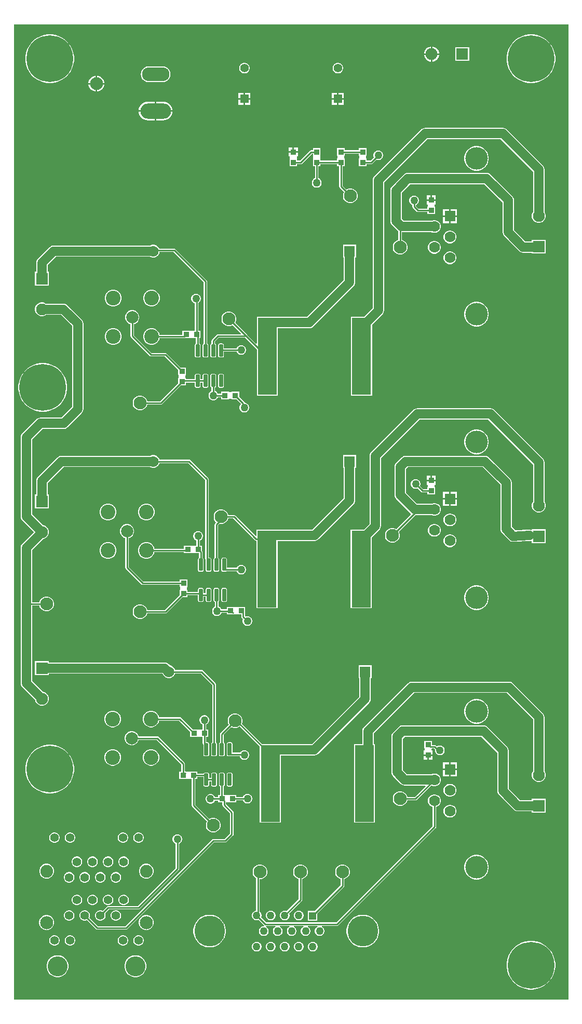
<source format=gtl>
G04*
G04 #@! TF.GenerationSoftware,Altium Limited,Altium Designer,21.2.2 (38)*
G04*
G04 Layer_Physical_Order=1*
G04 Layer_Color=255*
%FSLAX25Y25*%
%MOIN*%
G70*
G04*
G04 #@! TF.SameCoordinates,792C9601-BB9D-439A-8D0C-CF73BBC84E9B*
G04*
G04*
G04 #@! TF.FilePolarity,Positive*
G04*
G01*
G75*
%ADD10C,0.01000*%
%ADD18R,0.12402X0.49213*%
G04:AMPARAMS|DCode=19|XSize=77.56mil|YSize=23.62mil|CornerRadius=2.95mil|HoleSize=0mil|Usage=FLASHONLY|Rotation=270.000|XOffset=0mil|YOffset=0mil|HoleType=Round|Shape=RoundedRectangle|*
%AMROUNDEDRECTD19*
21,1,0.07756,0.01772,0,0,270.0*
21,1,0.07165,0.02362,0,0,270.0*
1,1,0.00591,-0.00886,-0.03583*
1,1,0.00591,-0.00886,0.03583*
1,1,0.00591,0.00886,0.03583*
1,1,0.00591,0.00886,-0.03583*
%
%ADD19ROUNDEDRECTD19*%
%ADD20R,0.03740X0.03740*%
%ADD21R,0.03740X0.03740*%
%ADD29R,0.07000X0.07000*%
%ADD30C,0.07000*%
%ADD35C,0.05600*%
%ADD36R,0.05600X0.05600*%
%ADD47R,0.07000X0.07000*%
%ADD48C,0.06000*%
%ADD49C,0.08268*%
%ADD50C,0.09449*%
%ADD51C,0.07874*%
%ADD52C,0.14500*%
%ADD53C,0.05500*%
%ADD54C,0.08400*%
%ADD55C,0.08200*%
%ADD56C,0.12800*%
%ADD57C,0.19685*%
%ADD58C,0.05000*%
%ADD59R,0.05000X0.05000*%
%ADD60R,0.07677X0.07677*%
%ADD61C,0.07677*%
%ADD62R,0.07677X0.07677*%
%ADD63C,0.03000*%
%ADD64C,0.30000*%
%ADD65O,0.19685X0.09843*%
%ADD66O,0.17717X0.08858*%
G36*
X998000Y102000D02*
X642000D01*
Y728000D01*
X998000D01*
Y102000D01*
D02*
G37*
%LPC*%
G36*
X910795Y713839D02*
X910657D01*
Y709500D01*
X914996D01*
Y709637D01*
X914666Y710868D01*
X914029Y711971D01*
X913128Y712872D01*
X912025Y713509D01*
X910795Y713839D01*
D02*
G37*
G36*
X909657D02*
X909521D01*
X908290Y713509D01*
X907187Y712872D01*
X906286Y711971D01*
X905649Y710868D01*
X905319Y709637D01*
Y709500D01*
X909657D01*
Y713839D01*
D02*
G37*
G36*
X934281Y713439D02*
X925404D01*
Y704561D01*
X934281D01*
Y713439D01*
D02*
G37*
G36*
X914996Y708500D02*
X910657D01*
Y704161D01*
X910795D01*
X912025Y704491D01*
X913128Y705128D01*
X914029Y706029D01*
X914666Y707132D01*
X914996Y708363D01*
Y708500D01*
D02*
G37*
G36*
X909657D02*
X905319D01*
Y708363D01*
X905649Y707132D01*
X906286Y706029D01*
X907187Y705128D01*
X908290Y704491D01*
X909521Y704161D01*
X909657D01*
Y708500D01*
D02*
G37*
G36*
X850448Y703400D02*
X849552D01*
X848688Y703168D01*
X847912Y702721D01*
X847279Y702088D01*
X846832Y701312D01*
X846600Y700448D01*
Y699552D01*
X846832Y698688D01*
X847279Y697912D01*
X847912Y697279D01*
X848688Y696832D01*
X849552Y696600D01*
X850448D01*
X851312Y696832D01*
X852088Y697279D01*
X852721Y697912D01*
X853168Y698688D01*
X853400Y699552D01*
Y700448D01*
X853168Y701312D01*
X852721Y702088D01*
X852088Y702721D01*
X851312Y703168D01*
X850448Y703400D01*
D02*
G37*
G36*
X790448D02*
X789552D01*
X788688Y703168D01*
X787912Y702721D01*
X787279Y702088D01*
X786832Y701312D01*
X786600Y700448D01*
Y699552D01*
X786832Y698688D01*
X787279Y697912D01*
X787912Y697279D01*
X788688Y696832D01*
X789552Y696600D01*
X790448D01*
X791312Y696832D01*
X792088Y697279D01*
X792721Y697912D01*
X793168Y698688D01*
X793400Y699552D01*
Y700448D01*
X793168Y701312D01*
X792721Y702088D01*
X792088Y702721D01*
X791312Y703168D01*
X790448Y703400D01*
D02*
G37*
G36*
X737429Y701073D02*
X728571D01*
X727258Y700900D01*
X726035Y700393D01*
X724984Y699587D01*
X724178Y698536D01*
X723671Y697313D01*
X723498Y696000D01*
X723671Y694687D01*
X724178Y693464D01*
X724984Y692413D01*
X726035Y691607D01*
X727258Y691100D01*
X728571Y690928D01*
X737429D01*
X738742Y691100D01*
X739965Y691607D01*
X741016Y692413D01*
X741822Y693464D01*
X742329Y694687D01*
X742502Y696000D01*
X742329Y697313D01*
X741822Y698536D01*
X741016Y699587D01*
X739965Y700393D01*
X738742Y700900D01*
X737429Y701073D01*
D02*
G37*
G36*
X695676Y695134D02*
X695500D01*
Y690500D01*
X700134D01*
Y690676D01*
X699784Y691982D01*
X699108Y693152D01*
X698152Y694108D01*
X696982Y694784D01*
X695676Y695134D01*
D02*
G37*
G36*
X694500D02*
X694324D01*
X693018Y694784D01*
X691848Y694108D01*
X690892Y693152D01*
X690216Y691982D01*
X689866Y690676D01*
Y690500D01*
X694500D01*
Y695134D01*
D02*
G37*
G36*
X975228Y721600D02*
X972772D01*
X970347Y721216D01*
X968012Y720457D01*
X965824Y719342D01*
X963837Y717899D01*
X962101Y716163D01*
X960658Y714176D01*
X959543Y711988D01*
X958784Y709653D01*
X958400Y707228D01*
Y704772D01*
X958784Y702347D01*
X959543Y700012D01*
X960658Y697824D01*
X962101Y695837D01*
X963837Y694101D01*
X965824Y692658D01*
X968012Y691543D01*
X970347Y690784D01*
X972772Y690400D01*
X975228D01*
X977653Y690784D01*
X979988Y691543D01*
X982176Y692658D01*
X984163Y694101D01*
X985899Y695837D01*
X987342Y697824D01*
X988457Y700012D01*
X989216Y702347D01*
X989600Y704772D01*
Y707228D01*
X989216Y709653D01*
X988457Y711988D01*
X987342Y714176D01*
X985899Y716163D01*
X984163Y717899D01*
X982176Y719342D01*
X979988Y720457D01*
X977653Y721216D01*
X975228Y721600D01*
D02*
G37*
G36*
X666228D02*
X663772D01*
X661347Y721216D01*
X659012Y720457D01*
X656824Y719342D01*
X654837Y717899D01*
X653101Y716163D01*
X651658Y714176D01*
X650543Y711988D01*
X649784Y709653D01*
X649400Y707228D01*
Y704772D01*
X649784Y702347D01*
X650543Y700012D01*
X651658Y697824D01*
X653101Y695837D01*
X654837Y694101D01*
X656824Y692658D01*
X659012Y691543D01*
X661347Y690784D01*
X663772Y690400D01*
X666228D01*
X668653Y690784D01*
X670988Y691543D01*
X673176Y692658D01*
X675163Y694101D01*
X676899Y695837D01*
X678342Y697824D01*
X679457Y700012D01*
X680216Y702347D01*
X680600Y704772D01*
Y707228D01*
X680216Y709653D01*
X679457Y711988D01*
X678342Y714176D01*
X676899Y716163D01*
X675163Y717899D01*
X673176Y719342D01*
X670988Y720457D01*
X668653Y721216D01*
X666228Y721600D01*
D02*
G37*
G36*
X700134Y689500D02*
X695500D01*
Y684866D01*
X695676D01*
X696982Y685216D01*
X698152Y685892D01*
X699108Y686848D01*
X699784Y688018D01*
X700134Y689324D01*
Y689500D01*
D02*
G37*
G36*
X694500D02*
X689866D01*
Y689324D01*
X690216Y688018D01*
X690892Y686848D01*
X691848Y685892D01*
X693018Y685216D01*
X694324Y684866D01*
X694500D01*
Y689500D01*
D02*
G37*
G36*
X853800Y684100D02*
X850500D01*
Y680800D01*
X853800D01*
Y684100D01*
D02*
G37*
G36*
X793800D02*
X790500D01*
Y680800D01*
X793800D01*
Y684100D01*
D02*
G37*
G36*
X849500D02*
X846200D01*
Y680800D01*
X849500D01*
Y684100D01*
D02*
G37*
G36*
X789500D02*
X786200D01*
Y680800D01*
X789500D01*
Y684100D01*
D02*
G37*
G36*
X853800Y679800D02*
X850500D01*
Y676500D01*
X853800D01*
Y679800D01*
D02*
G37*
G36*
X849500D02*
X846200D01*
Y676500D01*
X849500D01*
Y679800D01*
D02*
G37*
G36*
X793800D02*
X790500D01*
Y676500D01*
X793800D01*
Y679800D01*
D02*
G37*
G36*
X789500D02*
X786200D01*
Y676500D01*
X789500D01*
Y679800D01*
D02*
G37*
G36*
X737921Y678328D02*
X733500D01*
Y672878D01*
X743822D01*
X743757Y673539D01*
X743418Y674655D01*
X742868Y675683D01*
X742129Y676585D01*
X741227Y677325D01*
X740198Y677875D01*
X739082Y678214D01*
X737921Y678328D01*
D02*
G37*
G36*
X732500D02*
X728079D01*
X726918Y678214D01*
X725802Y677875D01*
X724773Y677325D01*
X723872Y676585D01*
X723132Y675683D01*
X722582Y674655D01*
X722243Y673539D01*
X722178Y672878D01*
X732500D01*
Y678328D01*
D02*
G37*
G36*
X743822Y671878D02*
X733500D01*
Y666428D01*
X737921D01*
X739082Y666542D01*
X740198Y666881D01*
X741227Y667431D01*
X742129Y668171D01*
X742868Y669072D01*
X743418Y670101D01*
X743757Y671217D01*
X743822Y671878D01*
D02*
G37*
G36*
X732500D02*
X722178D01*
X722243Y671217D01*
X722582Y670101D01*
X723132Y669072D01*
X723872Y668171D01*
X724773Y667431D01*
X725802Y666881D01*
X726918Y666542D01*
X728079Y666428D01*
X732500D01*
Y671878D01*
D02*
G37*
G36*
X868470Y648604D02*
X863530D01*
Y647255D01*
X854470D01*
Y648604D01*
X849530D01*
Y643664D01*
X849716D01*
X849776Y643575D01*
Y642000D01*
X849716Y641911D01*
X849530D01*
Y640563D01*
X838895D01*
Y641911D01*
X838709D01*
X838649Y642000D01*
Y643575D01*
X838709Y643664D01*
X838895D01*
Y648604D01*
X833955D01*
Y647222D01*
X832923D01*
X832923Y647222D01*
X832494Y647136D01*
X832130Y646893D01*
X832130Y646893D01*
X825799Y640563D01*
X823895D01*
Y641911D01*
X823709D01*
X823649Y642000D01*
Y643264D01*
X824295D01*
Y645634D01*
X821425D01*
X818555D01*
Y643264D01*
X819201D01*
Y642000D01*
X819141Y641911D01*
X818955D01*
Y636971D01*
X823895D01*
Y638319D01*
X826264D01*
X826264Y638319D01*
X826693Y638405D01*
X827057Y638648D01*
X833387Y644978D01*
X833955D01*
Y643664D01*
X834142D01*
X834201Y643575D01*
Y642000D01*
X834142Y641911D01*
X833955D01*
Y636971D01*
X835304D01*
Y629284D01*
X835229Y629263D01*
X834522Y628855D01*
X833945Y628278D01*
X833537Y627571D01*
X833325Y626783D01*
Y625967D01*
X833537Y625178D01*
X833945Y624471D01*
X834522Y623894D01*
X835229Y623486D01*
X836017Y623275D01*
X836833D01*
X837622Y623486D01*
X838329Y623894D01*
X838906Y624471D01*
X839314Y625178D01*
X839525Y625967D01*
Y626783D01*
X839314Y627571D01*
X838906Y628278D01*
X838329Y628855D01*
X837622Y629263D01*
X837547Y629284D01*
Y636971D01*
X838895D01*
Y638319D01*
X849530D01*
Y636971D01*
X850878D01*
Y623984D01*
X850878Y623984D01*
X850964Y623555D01*
X851207Y623191D01*
X853948Y620450D01*
X853589Y619827D01*
X853266Y618623D01*
Y617377D01*
X853589Y616173D01*
X854212Y615093D01*
X855093Y614212D01*
X856173Y613589D01*
X857377Y613266D01*
X858623D01*
X859827Y613589D01*
X860907Y614212D01*
X861788Y615093D01*
X862411Y616173D01*
X862734Y617377D01*
Y618623D01*
X862411Y619827D01*
X861788Y620907D01*
X860907Y621788D01*
X859827Y622411D01*
X858623Y622734D01*
X857377D01*
X856173Y622411D01*
X855530Y622040D01*
X853122Y624449D01*
Y636971D01*
X854470D01*
Y641911D01*
X854284D01*
X854224Y642000D01*
Y643575D01*
X854284Y643664D01*
X854470D01*
Y645012D01*
X863530D01*
Y643664D01*
X863716D01*
X863776Y643575D01*
Y642000D01*
X863716Y641911D01*
X863530D01*
Y636971D01*
X868470D01*
Y638319D01*
X871441D01*
X871441Y638319D01*
X871870Y638405D01*
X872234Y638648D01*
X874736Y641150D01*
X874803Y641111D01*
X875592Y640900D01*
X876408D01*
X877197Y641111D01*
X877903Y641519D01*
X878481Y642097D01*
X878889Y642803D01*
X879100Y643592D01*
Y644408D01*
X878889Y645197D01*
X878481Y645903D01*
X877903Y646481D01*
X877197Y646889D01*
X876408Y647100D01*
X875592D01*
X874803Y646889D01*
X874097Y646481D01*
X873519Y645903D01*
X873111Y645197D01*
X872900Y644408D01*
Y643592D01*
X873111Y642803D01*
X873150Y642736D01*
X870976Y640563D01*
X868470D01*
Y641911D01*
X868284D01*
X868224Y642000D01*
Y643575D01*
X868284Y643664D01*
X868470D01*
Y648604D01*
D02*
G37*
G36*
X824295Y649004D02*
X821925D01*
Y646634D01*
X824295D01*
Y649004D01*
D02*
G37*
G36*
X820925D02*
X818555D01*
Y646634D01*
X820925D01*
Y649004D01*
D02*
G37*
G36*
X939773Y649850D02*
X938227D01*
X936710Y649548D01*
X935282Y648957D01*
X933996Y648098D01*
X932903Y647004D01*
X932043Y645718D01*
X931452Y644290D01*
X931150Y642773D01*
Y641227D01*
X931452Y639710D01*
X932043Y638282D01*
X932903Y636996D01*
X933996Y635903D01*
X935282Y635043D01*
X936710Y634452D01*
X938227Y634150D01*
X939773D01*
X941290Y634452D01*
X942718Y635043D01*
X944004Y635903D01*
X945098Y636996D01*
X945957Y638282D01*
X946548Y639710D01*
X946850Y641227D01*
Y642773D01*
X946548Y644290D01*
X945957Y645718D01*
X945098Y647004D01*
X944004Y648098D01*
X942718Y648957D01*
X941290Y649548D01*
X939773Y649850D01*
D02*
G37*
G36*
X912870Y618217D02*
X910500D01*
Y615846D01*
X912870D01*
Y618217D01*
D02*
G37*
G36*
X909500D02*
X907130D01*
Y615846D01*
X909500D01*
Y618217D01*
D02*
G37*
G36*
X899408Y618100D02*
X898592D01*
X897803Y617889D01*
X897097Y617481D01*
X896519Y616903D01*
X896111Y616197D01*
X895900Y615408D01*
Y614592D01*
X896111Y613803D01*
X896519Y613097D01*
X897097Y612519D01*
X897803Y612111D01*
X897878Y612091D01*
Y611000D01*
X897878Y611000D01*
X897964Y610571D01*
X898207Y610207D01*
X900553Y607861D01*
X900917Y607617D01*
X901346Y607532D01*
X901346Y607532D01*
X907530D01*
Y606183D01*
X912470D01*
Y611124D01*
X912284D01*
X912224Y611213D01*
Y612476D01*
X912870D01*
Y614847D01*
X910000D01*
X907130D01*
Y612476D01*
X907776D01*
Y611213D01*
X907716Y611124D01*
X907530D01*
Y609775D01*
X901811D01*
X900122Y611465D01*
Y612091D01*
X900197Y612111D01*
X900903Y612519D01*
X901481Y613097D01*
X901889Y613803D01*
X902100Y614592D01*
Y615408D01*
X901889Y616197D01*
X901481Y616903D01*
X900903Y617481D01*
X900197Y617889D01*
X899408Y618100D01*
D02*
G37*
G36*
X926500Y609500D02*
X922500D01*
Y605500D01*
X926500D01*
Y609500D01*
D02*
G37*
G36*
X921500D02*
X917500D01*
Y605500D01*
X921500D01*
Y609500D01*
D02*
G37*
G36*
X906000Y661631D02*
X905060Y661507D01*
X904185Y661145D01*
X903432Y660568D01*
X903432Y660568D01*
X873433Y630568D01*
X872855Y629815D01*
X872493Y628940D01*
X872369Y628000D01*
Y545693D01*
X866882Y540206D01*
X858416D01*
Y489794D01*
X872017D01*
Y535071D01*
X878568Y541621D01*
X878568Y541621D01*
X879145Y542374D01*
X879507Y543249D01*
X879631Y544189D01*
Y626496D01*
X907504Y654369D01*
X954496D01*
X975369Y633496D01*
Y607588D01*
X974864Y606713D01*
X974561Y605584D01*
Y604416D01*
X974864Y603287D01*
X975448Y602275D01*
X976275Y601448D01*
X977287Y600864D01*
X978416Y600561D01*
X979584D01*
X980713Y600864D01*
X981725Y601448D01*
X982552Y602275D01*
X983136Y603287D01*
X983439Y604416D01*
Y605584D01*
X983136Y606713D01*
X982631Y607588D01*
Y635000D01*
X982507Y635940D01*
X982145Y636816D01*
X981567Y637568D01*
X958568Y660568D01*
X957815Y661145D01*
X956940Y661507D01*
X956000Y661631D01*
X906000D01*
X906000Y661631D01*
D02*
G37*
G36*
X926500Y604500D02*
X922500D01*
Y600500D01*
X926500D01*
Y604500D01*
D02*
G37*
G36*
X921500D02*
X917500D01*
Y600500D01*
X921500D01*
Y604500D01*
D02*
G37*
G36*
X922540Y595714D02*
X921460D01*
X920417Y595435D01*
X919483Y594895D01*
X918719Y594132D01*
X918179Y593197D01*
X917900Y592154D01*
Y591074D01*
X918179Y590032D01*
X918719Y589097D01*
X919483Y588333D01*
X920417Y587794D01*
X921460Y587514D01*
X922540D01*
X923582Y587794D01*
X924518Y588333D01*
X925281Y589097D01*
X925821Y590032D01*
X926100Y591074D01*
Y592154D01*
X925821Y593197D01*
X925281Y594132D01*
X924518Y594895D01*
X923582Y595435D01*
X922540Y595714D01*
D02*
G37*
G36*
X945566Y632731D02*
X894900D01*
X893960Y632607D01*
X893085Y632245D01*
X892332Y631668D01*
X892332Y631668D01*
X884733Y624068D01*
X884155Y623315D01*
X883793Y622440D01*
X883669Y621500D01*
Y601822D01*
X883793Y600882D01*
X884155Y600006D01*
X884733Y599254D01*
X888247Y595740D01*
X888247Y595740D01*
X888878Y595255D01*
Y589600D01*
X888173Y589411D01*
X887093Y588788D01*
X886212Y587907D01*
X885589Y586827D01*
X885266Y585623D01*
Y584377D01*
X885589Y583173D01*
X886212Y582093D01*
X887093Y581212D01*
X888173Y580589D01*
X889377Y580266D01*
X890623D01*
X891827Y580589D01*
X892907Y581212D01*
X893788Y582093D01*
X894411Y583173D01*
X894734Y584377D01*
Y585623D01*
X894411Y586827D01*
X893788Y587907D01*
X892907Y588788D01*
X891827Y589411D01*
X891122Y589600D01*
Y594676D01*
X910089D01*
X910417Y594487D01*
X911460Y594207D01*
X912540D01*
X913583Y594487D01*
X914517Y595026D01*
X915281Y595790D01*
X915821Y596725D01*
X916100Y597767D01*
Y598847D01*
X915821Y599890D01*
X915281Y600824D01*
X914517Y601588D01*
X913583Y602128D01*
X912540Y602407D01*
X911460D01*
X910417Y602128D01*
X910089Y601938D01*
X892319D01*
X890931Y603326D01*
Y619996D01*
X896404Y625469D01*
X944062D01*
X955818Y613713D01*
Y594551D01*
X955941Y593611D01*
X956304Y592736D01*
X956881Y591984D01*
X966338Y582527D01*
X967090Y581950D01*
X967965Y581588D01*
X968905Y581464D01*
X974561D01*
Y580876D01*
X983439D01*
Y589753D01*
X974561D01*
Y588726D01*
X970409D01*
X963080Y596055D01*
Y615217D01*
X962956Y616157D01*
X962593Y617033D01*
X962016Y617785D01*
X948134Y631668D01*
X947382Y632245D01*
X946506Y632607D01*
X945566Y632731D01*
D02*
G37*
G36*
X912540Y589021D02*
X911460D01*
X910417Y588742D01*
X909482Y588202D01*
X908719Y587439D01*
X908179Y586504D01*
X907900Y585461D01*
Y584381D01*
X908179Y583339D01*
X908719Y582404D01*
X909482Y581640D01*
X910417Y581101D01*
X911460Y580821D01*
X912540D01*
X913583Y581101D01*
X914517Y581640D01*
X915281Y582404D01*
X915821Y583339D01*
X916100Y584381D01*
Y585461D01*
X915821Y586504D01*
X915281Y587439D01*
X914517Y588202D01*
X913583Y588742D01*
X912540Y589021D01*
D02*
G37*
G36*
X922540Y582328D02*
X921460D01*
X920417Y582049D01*
X919483Y581509D01*
X918719Y580746D01*
X918179Y579811D01*
X917900Y578768D01*
Y577689D01*
X918179Y576646D01*
X918719Y575711D01*
X919483Y574948D01*
X920417Y574408D01*
X921460Y574128D01*
X922540D01*
X923582Y574408D01*
X924518Y574948D01*
X925281Y575711D01*
X925821Y576646D01*
X926100Y577689D01*
Y578768D01*
X925821Y579811D01*
X925281Y580746D01*
X924518Y581509D01*
X923582Y582049D01*
X922540Y582328D01*
D02*
G37*
G36*
X731024Y557647D02*
X729622D01*
X728268Y557284D01*
X727054Y556583D01*
X726062Y555592D01*
X725361Y554378D01*
X724998Y553024D01*
Y551622D01*
X725361Y550268D01*
X726062Y549054D01*
X727054Y548062D01*
X728268Y547361D01*
X729622Y546998D01*
X731024D01*
X732378Y547361D01*
X733592Y548062D01*
X734583Y549054D01*
X735284Y550268D01*
X735647Y551622D01*
Y553024D01*
X735284Y554378D01*
X734583Y555592D01*
X733592Y556583D01*
X732378Y557284D01*
X731024Y557647D01*
D02*
G37*
G36*
X706378D02*
X704976D01*
X703622Y557284D01*
X702408Y556583D01*
X701417Y555592D01*
X700716Y554378D01*
X700353Y553024D01*
Y551622D01*
X700716Y550268D01*
X701417Y549054D01*
X702408Y548062D01*
X703622Y547361D01*
X704976Y546998D01*
X706378D01*
X707732Y547361D01*
X708946Y548062D01*
X709938Y549054D01*
X710639Y550268D01*
X711002Y551622D01*
Y553024D01*
X710639Y554378D01*
X709938Y555592D01*
X708946Y556583D01*
X707732Y557284D01*
X706378Y557647D01*
D02*
G37*
G36*
X939773Y549850D02*
X938227D01*
X936710Y549548D01*
X935282Y548957D01*
X933996Y548098D01*
X932903Y547004D01*
X932043Y545718D01*
X931452Y544290D01*
X931150Y542773D01*
Y541227D01*
X931452Y539710D01*
X932043Y538282D01*
X932903Y536996D01*
X933996Y535903D01*
X935282Y535043D01*
X936710Y534452D01*
X938227Y534150D01*
X939773D01*
X941290Y534452D01*
X942718Y535043D01*
X944004Y535903D01*
X945098Y536996D01*
X945957Y538282D01*
X946548Y539710D01*
X946850Y541227D01*
Y542773D01*
X946548Y544290D01*
X945957Y545718D01*
X945098Y547004D01*
X944004Y548098D01*
X942718Y548957D01*
X941290Y549548D01*
X939773Y549850D01*
D02*
G37*
G36*
X759408Y555100D02*
X758592D01*
X757803Y554889D01*
X757097Y554481D01*
X756519Y553903D01*
X756111Y553197D01*
X755900Y552408D01*
Y551592D01*
X756111Y550803D01*
X756519Y550097D01*
X757097Y549519D01*
X757803Y549111D01*
X758225Y548998D01*
Y531470D01*
X756876D01*
Y531284D01*
X756787Y531224D01*
X755213D01*
X755124Y531284D01*
Y531470D01*
X750183D01*
Y528799D01*
X735535D01*
X735284Y529732D01*
X734583Y530946D01*
X733592Y531938D01*
X732378Y532639D01*
X731024Y533002D01*
X729622D01*
X728268Y532639D01*
X727054Y531938D01*
X726062Y530946D01*
X725361Y529732D01*
X724998Y528378D01*
Y526976D01*
X725361Y525622D01*
X726062Y524408D01*
X727054Y523417D01*
X728268Y522716D01*
X729622Y522353D01*
X731024D01*
X732378Y522716D01*
X733592Y523417D01*
X734583Y524408D01*
X735284Y525622D01*
X735535Y526556D01*
X750183D01*
Y526530D01*
X755124D01*
Y526716D01*
X755213Y526776D01*
X756787D01*
X756876Y526716D01*
Y526530D01*
X758878D01*
Y523173D01*
X758765Y523150D01*
X758469Y522953D01*
X758271Y522656D01*
X758201Y522307D01*
Y515142D01*
X758271Y514792D01*
X758469Y514496D01*
X758765Y514298D01*
X759114Y514229D01*
X760886D01*
X761235Y514298D01*
X761531Y514496D01*
X761729Y514792D01*
X761799Y515142D01*
Y522307D01*
X761729Y522656D01*
X761531Y522953D01*
X761235Y523150D01*
X761122Y523173D01*
Y526530D01*
X761817D01*
Y531470D01*
X760468D01*
Y549268D01*
X760903Y549519D01*
X761481Y550097D01*
X761889Y550803D01*
X762100Y551592D01*
Y552408D01*
X761889Y553197D01*
X761481Y553903D01*
X760903Y554481D01*
X760197Y554889D01*
X759408Y555100D01*
D02*
G37*
G36*
X861600Y586600D02*
X853400D01*
Y578400D01*
X853869D01*
Y564004D01*
X830102Y540238D01*
X807984D01*
X807747Y540206D01*
X797983D01*
Y539109D01*
X797961Y539000D01*
X797983Y538891D01*
Y523257D01*
X797521Y523065D01*
X791793Y528793D01*
X784046Y536540D01*
X784411Y537173D01*
X784734Y538377D01*
Y539623D01*
X784411Y540827D01*
X783788Y541907D01*
X782907Y542788D01*
X781827Y543411D01*
X780623Y543734D01*
X779377D01*
X778173Y543411D01*
X777093Y542788D01*
X776212Y541907D01*
X775589Y540827D01*
X775266Y539623D01*
Y538377D01*
X775589Y537173D01*
X776212Y536093D01*
X777093Y535212D01*
X778173Y534589D01*
X779377Y534266D01*
X780623D01*
X781827Y534589D01*
X782460Y534954D01*
X787830Y529584D01*
X787639Y529122D01*
X773000D01*
X773000Y529122D01*
X772571Y529036D01*
X772207Y528793D01*
X769207Y525793D01*
X768964Y525429D01*
X768878Y525000D01*
X768878Y525000D01*
Y523173D01*
X768765Y523150D01*
X768469Y522953D01*
X768271Y522656D01*
X768201Y522307D01*
Y515142D01*
X768271Y514792D01*
X768469Y514496D01*
X768765Y514298D01*
X769114Y514229D01*
X770886D01*
X771235Y514298D01*
X771531Y514496D01*
X771729Y514792D01*
X771799Y515142D01*
Y522307D01*
X771729Y522656D01*
X771531Y522953D01*
X771235Y523150D01*
X771122Y523173D01*
Y524535D01*
X773465Y526878D01*
X790535D01*
X797983Y519431D01*
Y489794D01*
X811584D01*
Y532975D01*
X831606D01*
X832546Y533099D01*
X833422Y533462D01*
X834174Y534039D01*
X860067Y559932D01*
X860645Y560684D01*
X861007Y561560D01*
X861131Y562500D01*
Y578400D01*
X861600D01*
Y586600D01*
D02*
G37*
G36*
X706378Y533002D02*
X704976D01*
X703622Y532639D01*
X702408Y531938D01*
X701417Y530946D01*
X700716Y529732D01*
X700353Y528378D01*
Y526976D01*
X700716Y525622D01*
X701417Y524408D01*
X702408Y523417D01*
X703622Y522716D01*
X704976Y522353D01*
X706378D01*
X707732Y522716D01*
X708946Y523417D01*
X709938Y524408D01*
X710639Y525622D01*
X711002Y526976D01*
Y528378D01*
X710639Y529732D01*
X709938Y530946D01*
X708946Y531938D01*
X707732Y532639D01*
X706378Y533002D01*
D02*
G37*
G36*
X775886Y523220D02*
X774114D01*
X773765Y523150D01*
X773469Y522953D01*
X773271Y522656D01*
X773201Y522307D01*
Y515142D01*
X773271Y514792D01*
X773469Y514496D01*
X773765Y514298D01*
X774114Y514229D01*
X775886D01*
X776235Y514298D01*
X776531Y514496D01*
X776729Y514792D01*
X776799Y515142D01*
Y517878D01*
X785091D01*
X785111Y517803D01*
X785519Y517097D01*
X786097Y516519D01*
X786803Y516111D01*
X787592Y515900D01*
X788408D01*
X789197Y516111D01*
X789903Y516519D01*
X790481Y517097D01*
X790889Y517803D01*
X791100Y518592D01*
Y519408D01*
X790889Y520197D01*
X790481Y520903D01*
X789903Y521481D01*
X789197Y521889D01*
X788408Y522100D01*
X787592D01*
X786803Y521889D01*
X786097Y521481D01*
X785519Y520903D01*
X785111Y520197D01*
X785091Y520122D01*
X776799D01*
Y522307D01*
X776729Y522656D01*
X776531Y522953D01*
X776235Y523150D01*
X775886Y523220D01*
D02*
G37*
G36*
X732040Y586600D02*
X730960D01*
X729917Y586321D01*
X729589Y586131D01*
X667500D01*
X666560Y586007D01*
X665685Y585645D01*
X664932Y585068D01*
X657432Y577568D01*
X656855Y576816D01*
X656493Y575940D01*
X656369Y575000D01*
Y569281D01*
X655561D01*
Y560404D01*
X664439D01*
Y569281D01*
X663631D01*
Y573496D01*
X669004Y578869D01*
X729589D01*
X729917Y578679D01*
X730960Y578400D01*
X732040D01*
X733082Y578679D01*
X734018Y579219D01*
X734781Y579983D01*
X735321Y580918D01*
X735578Y581878D01*
X744535D01*
X763878Y562535D01*
Y523173D01*
X763765Y523150D01*
X763469Y522953D01*
X763271Y522656D01*
X763201Y522307D01*
Y515142D01*
X763271Y514792D01*
X763469Y514496D01*
X763765Y514298D01*
X764114Y514229D01*
X765886D01*
X766235Y514298D01*
X766531Y514496D01*
X766729Y514792D01*
X766799Y515142D01*
Y522307D01*
X766729Y522656D01*
X766531Y522953D01*
X766235Y523150D01*
X766122Y523173D01*
Y563000D01*
X766122Y563000D01*
X766036Y563429D01*
X765793Y563793D01*
X765793Y563793D01*
X745793Y583793D01*
X745429Y584036D01*
X745000Y584122D01*
X745000Y584122D01*
X735298D01*
X734781Y585017D01*
X734018Y585781D01*
X733082Y586321D01*
X732040Y586600D01*
D02*
G37*
G36*
X775886Y503771D02*
X774114D01*
X773765Y503702D01*
X773469Y503504D01*
X773271Y503208D01*
X773201Y502858D01*
Y495693D01*
X773271Y495344D01*
X773469Y495048D01*
X773765Y494850D01*
X774114Y494780D01*
X775886D01*
X776235Y494850D01*
X776531Y495048D01*
X776729Y495344D01*
X776799Y495693D01*
Y502858D01*
X776729Y503208D01*
X776531Y503504D01*
X776235Y503702D01*
X775886Y503771D01*
D02*
G37*
G36*
X718597Y544537D02*
X717403D01*
X716249Y544228D01*
X715214Y543631D01*
X714369Y542786D01*
X713772Y541751D01*
X713463Y540597D01*
Y539403D01*
X713772Y538249D01*
X714369Y537214D01*
X715214Y536370D01*
X716249Y535772D01*
X716878Y535604D01*
Y528000D01*
X716878Y528000D01*
X716964Y527571D01*
X717207Y527207D01*
X729207Y515207D01*
X729207Y515207D01*
X729571Y514964D01*
X730000Y514878D01*
X738882D01*
X747530Y506230D01*
Y502876D01*
X747716D01*
X747776Y502787D01*
Y501213D01*
X747716Y501124D01*
X747530D01*
Y497770D01*
X735882Y486122D01*
X727600D01*
X727411Y486827D01*
X726788Y487907D01*
X725907Y488788D01*
X724827Y489411D01*
X723623Y489734D01*
X722377D01*
X721173Y489411D01*
X720093Y488788D01*
X719212Y487907D01*
X718589Y486827D01*
X718266Y485623D01*
Y484377D01*
X718589Y483173D01*
X719212Y482093D01*
X720093Y481212D01*
X721173Y480589D01*
X722377Y480266D01*
X723623D01*
X724827Y480589D01*
X725907Y481212D01*
X726788Y482093D01*
X727411Y483173D01*
X727600Y483878D01*
X736346D01*
X736346Y483878D01*
X736776Y483964D01*
X737140Y484207D01*
X749116Y496183D01*
X752470D01*
Y498154D01*
X758201D01*
Y495693D01*
X758271Y495344D01*
X758469Y495048D01*
X758765Y494850D01*
X759114Y494780D01*
X760886D01*
X761235Y494850D01*
X761531Y495048D01*
X761729Y495344D01*
X761799Y495693D01*
Y498154D01*
X763201D01*
Y495693D01*
X763271Y495344D01*
X763469Y495048D01*
X763765Y494850D01*
X764114Y494780D01*
X765886D01*
X766235Y494850D01*
X766531Y495048D01*
X766729Y495344D01*
X766799Y495693D01*
Y502858D01*
X766729Y503208D01*
X766531Y503504D01*
X766235Y503702D01*
X765886Y503771D01*
X764114D01*
X763765Y503702D01*
X763469Y503504D01*
X763271Y503208D01*
X763201Y502858D01*
Y500397D01*
X761799D01*
Y502858D01*
X761729Y503208D01*
X761531Y503504D01*
X761235Y503702D01*
X760886Y503771D01*
X759114D01*
X758765Y503702D01*
X758469Y503504D01*
X758271Y503208D01*
X758201Y502858D01*
Y500397D01*
X752470D01*
Y501124D01*
X752284D01*
X752224Y501213D01*
Y502787D01*
X752284Y502876D01*
X752470D01*
Y507817D01*
X749116D01*
X740139Y516793D01*
X739776Y517036D01*
X739347Y517122D01*
X739346Y517122D01*
X730465D01*
X719122Y528465D01*
Y535604D01*
X719751Y535772D01*
X720786Y536370D01*
X721630Y537214D01*
X722228Y538249D01*
X722537Y539403D01*
Y540597D01*
X722228Y541751D01*
X721630Y542786D01*
X720786Y543631D01*
X719751Y544228D01*
X718597Y544537D01*
D02*
G37*
G36*
X661728Y510600D02*
X659272D01*
X656847Y510216D01*
X654512Y509457D01*
X652324Y508342D01*
X650337Y506899D01*
X648601Y505163D01*
X647158Y503176D01*
X646043Y500988D01*
X645284Y498653D01*
X644900Y496228D01*
Y493772D01*
X645284Y491347D01*
X646043Y489012D01*
X647158Y486824D01*
X648601Y484837D01*
X650337Y483101D01*
X652324Y481658D01*
X654512Y480543D01*
X656847Y479784D01*
X659272Y479400D01*
X661728D01*
X664153Y479784D01*
X666488Y480543D01*
X668676Y481658D01*
X670663Y483101D01*
X672399Y484837D01*
X673842Y486824D01*
X674957Y489012D01*
X675716Y491347D01*
X676100Y493772D01*
Y496228D01*
X675716Y498653D01*
X674957Y500988D01*
X673842Y503176D01*
X672399Y505163D01*
X670663Y506899D01*
X668676Y508342D01*
X666488Y509457D01*
X664153Y510216D01*
X661728Y510600D01*
D02*
G37*
G36*
X770886Y503771D02*
X769114D01*
X768765Y503702D01*
X768469Y503504D01*
X768271Y503208D01*
X768201Y502858D01*
Y495693D01*
X768271Y495344D01*
X768469Y495048D01*
X768765Y494850D01*
X768916Y494819D01*
Y492724D01*
X768878Y492714D01*
X768172Y492306D01*
X767594Y491728D01*
X767186Y491022D01*
X766975Y490233D01*
Y489417D01*
X767186Y488628D01*
X767594Y487922D01*
X768172Y487344D01*
X768878Y486936D01*
X769667Y486725D01*
X770483D01*
X771272Y486936D01*
X771978Y487344D01*
X772556Y487922D01*
X772964Y488628D01*
X772984Y488703D01*
X775083D01*
Y487330D01*
X780024D01*
Y487516D01*
X780113Y487576D01*
X781687D01*
X781776Y487516D01*
Y487330D01*
X785130D01*
X788038Y484422D01*
X787519Y483903D01*
X787111Y483197D01*
X786900Y482408D01*
Y481592D01*
X787111Y480803D01*
X787519Y480097D01*
X788097Y479519D01*
X788803Y479111D01*
X789592Y478900D01*
X790408D01*
X791197Y479111D01*
X791903Y479519D01*
X792481Y480097D01*
X792889Y480803D01*
X793100Y481592D01*
Y482408D01*
X792889Y483197D01*
X792481Y483903D01*
X791903Y484481D01*
X791197Y484889D01*
X790408Y485100D01*
X790299D01*
X790271Y485241D01*
X790028Y485605D01*
X790028Y485605D01*
X786717Y488916D01*
Y492270D01*
X781776D01*
Y492084D01*
X781687Y492024D01*
X780113D01*
X780024Y492084D01*
Y492270D01*
X775083D01*
Y490947D01*
X772984D01*
X772964Y491022D01*
X772556Y491728D01*
X771978Y492306D01*
X771272Y492714D01*
X771159Y492744D01*
Y494835D01*
X771235Y494850D01*
X771531Y495048D01*
X771729Y495344D01*
X771799Y495693D01*
Y502858D01*
X771729Y503208D01*
X771531Y503504D01*
X771235Y503702D01*
X770886Y503771D01*
D02*
G37*
G36*
X939773Y467850D02*
X938227D01*
X936710Y467548D01*
X935282Y466957D01*
X933996Y466097D01*
X932903Y465004D01*
X932043Y463718D01*
X931452Y462290D01*
X931150Y460773D01*
Y459227D01*
X931452Y457710D01*
X932043Y456282D01*
X932903Y454996D01*
X933996Y453902D01*
X935282Y453043D01*
X936710Y452452D01*
X938227Y452150D01*
X939773D01*
X941290Y452452D01*
X942718Y453043D01*
X944004Y453902D01*
X945098Y454996D01*
X945957Y456282D01*
X946548Y457710D01*
X946850Y459227D01*
Y460773D01*
X946548Y462290D01*
X945957Y463718D01*
X945098Y465004D01*
X944004Y466097D01*
X942718Y466957D01*
X941290Y467548D01*
X939773Y467850D01*
D02*
G37*
G36*
X912870Y438216D02*
X910500D01*
Y435847D01*
X912870D01*
Y438216D01*
D02*
G37*
G36*
X909500D02*
X907130D01*
Y435847D01*
X909500D01*
Y438216D01*
D02*
G37*
G36*
X900408Y436100D02*
X899592D01*
X898803Y435889D01*
X898097Y435481D01*
X897519Y434903D01*
X897111Y434197D01*
X896900Y433408D01*
Y432592D01*
X897111Y431803D01*
X897519Y431097D01*
X898097Y430519D01*
X898803Y430111D01*
X899592Y429900D01*
X900408D01*
X901197Y430111D01*
X901264Y430150D01*
X903553Y427861D01*
X903553Y427860D01*
X903917Y427617D01*
X904346Y427532D01*
X904346Y427532D01*
X907530D01*
Y426184D01*
X912470D01*
Y431124D01*
X912284D01*
X912224Y431213D01*
Y432476D01*
X912870D01*
Y434846D01*
X910000D01*
X907130D01*
Y432476D01*
X907776D01*
Y431213D01*
X907716Y431124D01*
X907530D01*
Y429775D01*
X904811D01*
X902850Y431736D01*
X902889Y431803D01*
X903100Y432592D01*
Y433408D01*
X902889Y434197D01*
X902481Y434903D01*
X901903Y435481D01*
X901197Y435889D01*
X900408Y436100D01*
D02*
G37*
G36*
X926500Y427886D02*
X922500D01*
Y423886D01*
X926500D01*
Y427886D01*
D02*
G37*
G36*
X921500D02*
X917500D01*
Y423886D01*
X921500D01*
Y427886D01*
D02*
G37*
G36*
X926500Y422886D02*
X922500D01*
Y418886D01*
X926500D01*
Y422886D01*
D02*
G37*
G36*
X921500D02*
X917500D01*
Y418886D01*
X921500D01*
Y422886D01*
D02*
G37*
G36*
X901000Y481631D02*
X900060Y481507D01*
X899185Y481145D01*
X898433Y480568D01*
X898432Y480568D01*
X871432Y453568D01*
X870855Y452815D01*
X870493Y451940D01*
X870369Y451000D01*
Y407393D01*
X866682Y403706D01*
X858216D01*
Y353294D01*
X871817D01*
Y381464D01*
X871848Y381701D01*
X871848Y381701D01*
Y398602D01*
X876567Y403322D01*
X876567Y403322D01*
X877145Y404074D01*
X877507Y404950D01*
X877631Y405889D01*
Y449496D01*
X902504Y474369D01*
X946496D01*
X975369Y445496D01*
Y421768D01*
X974864Y420893D01*
X974561Y419764D01*
Y418596D01*
X974864Y417467D01*
X975448Y416455D01*
X976275Y415628D01*
X977287Y415044D01*
X978416Y414741D01*
X979584D01*
X980713Y415044D01*
X981725Y415628D01*
X982552Y416455D01*
X983136Y417467D01*
X983439Y418596D01*
Y419764D01*
X983136Y420893D01*
X982631Y421768D01*
Y447000D01*
X982507Y447940D01*
X982145Y448815D01*
X981567Y449568D01*
X950568Y480568D01*
X949815Y481145D01*
X948940Y481507D01*
X948000Y481631D01*
X901000D01*
X901000Y481631D01*
D02*
G37*
G36*
X727701Y420324D02*
X726299D01*
X724945Y419962D01*
X723731Y419261D01*
X722739Y418269D01*
X722038Y417055D01*
X721676Y415701D01*
Y414299D01*
X722038Y412945D01*
X722739Y411731D01*
X723731Y410739D01*
X724945Y410038D01*
X726299Y409676D01*
X727701D01*
X729055Y410038D01*
X730269Y410739D01*
X731261Y411731D01*
X731962Y412945D01*
X732324Y414299D01*
Y415701D01*
X731962Y417055D01*
X731261Y418269D01*
X730269Y419261D01*
X729055Y419962D01*
X727701Y420324D01*
D02*
G37*
G36*
X703055D02*
X701653D01*
X700299Y419962D01*
X699085Y419261D01*
X698094Y418269D01*
X697393Y417055D01*
X697030Y415701D01*
Y414299D01*
X697393Y412945D01*
X698094Y411731D01*
X699085Y410739D01*
X700299Y410038D01*
X701653Y409676D01*
X703055D01*
X704410Y410038D01*
X705624Y410739D01*
X706615Y411731D01*
X707316Y412945D01*
X707679Y414299D01*
Y415701D01*
X707316Y417055D01*
X706615Y418269D01*
X705624Y419261D01*
X704410Y419962D01*
X703055Y420324D01*
D02*
G37*
G36*
X922540Y414100D02*
X921460D01*
X920417Y413821D01*
X919483Y413281D01*
X918719Y412517D01*
X918179Y411583D01*
X917900Y410540D01*
Y409460D01*
X918179Y408418D01*
X918719Y407482D01*
X919483Y406719D01*
X920417Y406179D01*
X921460Y405900D01*
X922540D01*
X923582Y406179D01*
X924518Y406719D01*
X925281Y407482D01*
X925821Y408418D01*
X926100Y409460D01*
Y410540D01*
X925821Y411583D01*
X925281Y412517D01*
X924518Y413281D01*
X923582Y413821D01*
X922540Y414100D01*
D02*
G37*
G36*
X861600Y451600D02*
X853400D01*
Y443400D01*
X853869D01*
Y424004D01*
X833602Y403737D01*
X807784D01*
X807547Y403706D01*
X797783D01*
Y399753D01*
X797321Y399562D01*
X784090Y412793D01*
X783726Y413036D01*
X783297Y413122D01*
X783297Y413122D01*
X779600D01*
X779411Y413827D01*
X778788Y414907D01*
X777907Y415788D01*
X776827Y416411D01*
X775623Y416734D01*
X774377D01*
X773173Y416411D01*
X772093Y415788D01*
X771212Y414907D01*
X770589Y413827D01*
X770266Y412623D01*
Y411377D01*
X770589Y410173D01*
X771212Y409093D01*
X771843Y408462D01*
X771207Y407826D01*
X770964Y407463D01*
X770878Y407033D01*
X770878Y407033D01*
Y385673D01*
X770765Y385650D01*
X770469Y385453D01*
X770271Y385156D01*
X770201Y384807D01*
Y377642D01*
X770271Y377292D01*
X770469Y376996D01*
X770765Y376798D01*
X771114Y376729D01*
X772886D01*
X773235Y376798D01*
X773531Y376996D01*
X773729Y377292D01*
X773799Y377642D01*
Y384807D01*
X773729Y385156D01*
X773531Y385453D01*
X773235Y385650D01*
X773122Y385673D01*
Y406569D01*
X773937Y407384D01*
X774377Y407266D01*
X775623D01*
X776827Y407589D01*
X777907Y408212D01*
X778788Y409093D01*
X779411Y410173D01*
X779600Y410878D01*
X782832D01*
X796675Y397035D01*
X797039Y396792D01*
X797469Y396707D01*
X797783Y396361D01*
Y353294D01*
X811384D01*
Y396475D01*
X835106D01*
X836046Y396599D01*
X836922Y396962D01*
X837674Y397539D01*
X860067Y419932D01*
X860645Y420684D01*
X861007Y421560D01*
X861131Y422500D01*
Y443400D01*
X861600D01*
Y451600D01*
D02*
G37*
G36*
X912540Y407407D02*
X911460D01*
X910417Y407128D01*
X909482Y406588D01*
X908719Y405825D01*
X908179Y404890D01*
X907900Y403847D01*
Y402767D01*
X908179Y401724D01*
X908719Y400790D01*
X909482Y400026D01*
X910417Y399486D01*
X911460Y399207D01*
X912540D01*
X913583Y399486D01*
X914517Y400026D01*
X915281Y400790D01*
X915821Y401724D01*
X916100Y402767D01*
Y403847D01*
X915821Y404890D01*
X915281Y405825D01*
X914517Y406588D01*
X913583Y407128D01*
X912540Y407407D01*
D02*
G37*
G36*
X944500Y451131D02*
X893515D01*
X892575Y451007D01*
X891699Y450645D01*
X890947Y450068D01*
X890947Y450068D01*
X887432Y446553D01*
X886855Y445801D01*
X886493Y444925D01*
X886369Y443985D01*
Y426000D01*
X886493Y425060D01*
X886855Y424185D01*
X887432Y423432D01*
X896739Y414125D01*
X896739Y414125D01*
X896891Y414009D01*
X896924Y413510D01*
X887460Y404046D01*
X886827Y404411D01*
X885623Y404734D01*
X884377D01*
X883173Y404411D01*
X882093Y403788D01*
X881212Y402907D01*
X880589Y401827D01*
X880266Y400623D01*
Y399377D01*
X880589Y398173D01*
X881212Y397093D01*
X882093Y396212D01*
X883173Y395589D01*
X884377Y395266D01*
X885623D01*
X886827Y395589D01*
X887907Y396212D01*
X888788Y397093D01*
X889411Y398173D01*
X889734Y399377D01*
Y400623D01*
X889411Y401827D01*
X889046Y402460D01*
X899648Y413062D01*
X910089D01*
X910417Y412872D01*
X911460Y412593D01*
X912540D01*
X913583Y412872D01*
X914517Y413412D01*
X915281Y414176D01*
X915821Y415110D01*
X916100Y416153D01*
Y417233D01*
X915821Y418275D01*
X915281Y419210D01*
X914517Y419974D01*
X913583Y420513D01*
X912540Y420793D01*
X911460D01*
X910417Y420513D01*
X910089Y420324D01*
X900811D01*
X893631Y427504D01*
Y442481D01*
X895019Y443869D01*
X942996D01*
X954369Y432496D01*
Y404000D01*
X954493Y403060D01*
X954855Y402184D01*
X955433Y401433D01*
X959937Y396927D01*
X960006Y396875D01*
X960061Y396809D01*
X960381Y396587D01*
X960690Y396350D01*
X960769Y396318D01*
X960840Y396268D01*
X961206Y396137D01*
X961565Y395988D01*
X961650Y395976D01*
X961732Y395947D01*
X962119Y395915D01*
X962505Y395864D01*
X962590Y395875D01*
X962676Y395868D01*
X973171Y396363D01*
X974061Y396523D01*
X974206Y396505D01*
X974561Y396280D01*
Y395056D01*
X983439D01*
Y403933D01*
X974561D01*
Y403689D01*
X974152Y403401D01*
X973773Y403538D01*
X972829Y403617D01*
X963937Y403198D01*
X961631Y405504D01*
Y434000D01*
X961507Y434940D01*
X961145Y435815D01*
X960567Y436568D01*
X960567Y436568D01*
X947068Y450068D01*
X946315Y450645D01*
X945440Y451007D01*
X944500Y451131D01*
D02*
G37*
G36*
X760754Y402746D02*
X759938D01*
X759150Y402535D01*
X758443Y402127D01*
X757866Y401550D01*
X757458Y400843D01*
X757246Y400055D01*
Y399238D01*
X757458Y398450D01*
X757866Y397743D01*
X758443Y397166D01*
X759150Y396758D01*
X759225Y396738D01*
Y393470D01*
X757876D01*
Y393284D01*
X757787Y393224D01*
X756213D01*
X756124Y393284D01*
Y393470D01*
X751184D01*
Y391476D01*
X732212D01*
X731962Y392409D01*
X731261Y393624D01*
X730269Y394615D01*
X729055Y395316D01*
X727701Y395679D01*
X726299D01*
X724945Y395316D01*
X723731Y394615D01*
X722739Y393624D01*
X722038Y392409D01*
X721676Y391055D01*
Y389653D01*
X722038Y388299D01*
X722739Y387085D01*
X723731Y386094D01*
X724945Y385393D01*
X726299Y385030D01*
X727701D01*
X729055Y385393D01*
X730269Y386094D01*
X731261Y387085D01*
X731962Y388299D01*
X732212Y389233D01*
X751184D01*
Y388530D01*
X756124D01*
Y388716D01*
X756213Y388776D01*
X757787D01*
X757876Y388716D01*
Y388530D01*
X760878D01*
Y385673D01*
X760765Y385650D01*
X760469Y385453D01*
X760271Y385156D01*
X760201Y384807D01*
Y378273D01*
X760197Y378254D01*
X760201Y378234D01*
Y377642D01*
X760271Y377292D01*
X760469Y376996D01*
X760765Y376798D01*
X761114Y376729D01*
X762886D01*
X763235Y376798D01*
X763531Y376996D01*
X763729Y377292D01*
X763799Y377642D01*
Y384807D01*
X763729Y385156D01*
X763531Y385453D01*
X763235Y385650D01*
X763122Y385673D01*
Y389346D01*
X763036Y389776D01*
X762816Y390104D01*
Y393470D01*
X761468D01*
Y396738D01*
X761543Y396758D01*
X762250Y397166D01*
X762827Y397743D01*
X763235Y398450D01*
X763446Y399238D01*
Y400055D01*
X763235Y400843D01*
X762827Y401550D01*
X762250Y402127D01*
X761543Y402535D01*
X760754Y402746D01*
D02*
G37*
G36*
X922540Y400714D02*
X921460D01*
X920417Y400435D01*
X919483Y399895D01*
X918719Y399132D01*
X918179Y398197D01*
X917900Y397154D01*
Y396074D01*
X918179Y395032D01*
X918719Y394097D01*
X919483Y393333D01*
X920417Y392794D01*
X921460Y392514D01*
X922540D01*
X923582Y392794D01*
X924518Y393333D01*
X925281Y394097D01*
X925821Y395032D01*
X926100Y396074D01*
Y397154D01*
X925821Y398197D01*
X925281Y399132D01*
X924518Y399895D01*
X923582Y400435D01*
X922540Y400714D01*
D02*
G37*
G36*
X703055Y395679D02*
X701653D01*
X700299Y395316D01*
X699085Y394615D01*
X698094Y393624D01*
X697393Y392409D01*
X697030Y391055D01*
Y389653D01*
X697393Y388299D01*
X698094Y387085D01*
X699085Y386094D01*
X700299Y385393D01*
X701653Y385030D01*
X703055D01*
X704410Y385393D01*
X705624Y386094D01*
X706615Y387085D01*
X707316Y388299D01*
X707679Y389653D01*
Y391055D01*
X707316Y392409D01*
X706615Y393624D01*
X705624Y394615D01*
X704410Y395316D01*
X703055Y395679D01*
D02*
G37*
G36*
X732040Y451600D02*
X730960D01*
X729917Y451321D01*
X729590Y451131D01*
X672500D01*
X671560Y451008D01*
X670685Y450645D01*
X669933Y450068D01*
X657432Y437568D01*
X656855Y436816D01*
X656493Y435940D01*
X656369Y435000D01*
Y426281D01*
X655561D01*
Y417404D01*
X664439D01*
Y426281D01*
X663631D01*
Y433496D01*
X674004Y443869D01*
X729589D01*
X729917Y443679D01*
X730960Y443400D01*
X732040D01*
X733082Y443679D01*
X734017Y444219D01*
X734781Y444982D01*
X735321Y445918D01*
X735444Y446378D01*
X754035D01*
X764878Y435535D01*
Y384921D01*
X764878Y384921D01*
X764964Y384492D01*
X765201Y384137D01*
Y377642D01*
X765271Y377292D01*
X765469Y376996D01*
X765765Y376798D01*
X766114Y376729D01*
X767886D01*
X768235Y376798D01*
X768531Y376996D01*
X768729Y377292D01*
X768799Y377642D01*
Y384807D01*
X768729Y385156D01*
X768531Y385453D01*
X768235Y385650D01*
X767886Y385720D01*
X767122D01*
Y436000D01*
X767122Y436000D01*
X767036Y436429D01*
X766793Y436793D01*
X766793Y436793D01*
X755293Y448293D01*
X754929Y448536D01*
X754500Y448622D01*
X754500Y448622D01*
X735444D01*
X735321Y449083D01*
X734781Y450017D01*
X734017Y450781D01*
X733082Y451321D01*
X732040Y451600D01*
D02*
G37*
G36*
X777886Y385720D02*
X776114D01*
X775765Y385650D01*
X775469Y385453D01*
X775271Y385156D01*
X775201Y384807D01*
Y377642D01*
X775271Y377292D01*
X775469Y376996D01*
X775765Y376798D01*
X776114Y376729D01*
X777886D01*
X778235Y376798D01*
X778461Y376949D01*
X785072D01*
X785111Y376803D01*
X785519Y376097D01*
X786097Y375519D01*
X786803Y375111D01*
X787592Y374900D01*
X788408D01*
X789197Y375111D01*
X789903Y375519D01*
X790481Y376097D01*
X790889Y376803D01*
X791100Y377592D01*
Y378408D01*
X790889Y379197D01*
X790481Y379903D01*
X789903Y380481D01*
X789197Y380889D01*
X788408Y381100D01*
X787592D01*
X786803Y380889D01*
X786097Y380481D01*
X785519Y379903D01*
X785111Y379197D01*
X785110Y379192D01*
X778799D01*
Y384807D01*
X778729Y385156D01*
X778531Y385453D01*
X778235Y385650D01*
X777886Y385720D01*
D02*
G37*
G36*
Y366271D02*
X776114D01*
X775765Y366202D01*
X775469Y366004D01*
X775271Y365708D01*
X775201Y365358D01*
Y358193D01*
X775271Y357844D01*
X775469Y357547D01*
X775765Y357350D01*
X776114Y357280D01*
X777886D01*
X778235Y357350D01*
X778531Y357547D01*
X778729Y357844D01*
X778799Y358193D01*
Y365358D01*
X778729Y365708D01*
X778531Y366004D01*
X778235Y366202D01*
X777886Y366271D01*
D02*
G37*
G36*
X715274Y407214D02*
X714080D01*
X712926Y406905D01*
X711891Y406308D01*
X711047Y405463D01*
X710449Y404428D01*
X710140Y403274D01*
Y402080D01*
X710449Y400926D01*
X711047Y399891D01*
X711891Y399047D01*
X712926Y398449D01*
X713556Y398281D01*
Y379323D01*
X713556Y379323D01*
X713641Y378894D01*
X713884Y378530D01*
X723861Y368553D01*
X723861Y368553D01*
X724224Y368310D01*
X724653Y368225D01*
X724654Y368225D01*
X748530D01*
Y366876D01*
X748716D01*
X748776Y366787D01*
Y365213D01*
X748716Y365124D01*
X748530D01*
Y361770D01*
X738882Y352121D01*
X727600D01*
X727411Y352827D01*
X726788Y353907D01*
X725907Y354788D01*
X724827Y355411D01*
X723623Y355734D01*
X722377D01*
X721173Y355411D01*
X720093Y354788D01*
X719212Y353907D01*
X718589Y352827D01*
X718266Y351623D01*
Y350377D01*
X718589Y349173D01*
X719212Y348093D01*
X720093Y347212D01*
X721173Y346589D01*
X722377Y346266D01*
X723623D01*
X724827Y346589D01*
X725907Y347212D01*
X726788Y348093D01*
X727411Y349173D01*
X727600Y349879D01*
X739346D01*
X739347Y349878D01*
X739776Y349964D01*
X740139Y350207D01*
X750116Y360184D01*
X753470D01*
Y361532D01*
X760201D01*
Y358193D01*
X760271Y357844D01*
X760469Y357547D01*
X760765Y357350D01*
X761114Y357280D01*
X762886D01*
X763235Y357350D01*
X763531Y357547D01*
X763729Y357844D01*
X763799Y358193D01*
Y360654D01*
X765201D01*
Y358193D01*
X765271Y357844D01*
X765469Y357547D01*
X765765Y357350D01*
X766114Y357280D01*
X767886D01*
X768235Y357350D01*
X768531Y357547D01*
X768729Y357844D01*
X768799Y358193D01*
Y365358D01*
X768729Y365708D01*
X768531Y366004D01*
X768235Y366202D01*
X767886Y366271D01*
X766114D01*
X765765Y366202D01*
X765469Y366004D01*
X765271Y365708D01*
X765201Y365358D01*
Y362897D01*
X763799D01*
Y365358D01*
X763729Y365708D01*
X763531Y366004D01*
X763235Y366202D01*
X762886Y366271D01*
X761114D01*
X760765Y366202D01*
X760469Y366004D01*
X760271Y365708D01*
X760201Y365358D01*
Y363775D01*
X753470D01*
Y365124D01*
X753284D01*
X753224Y365213D01*
Y366787D01*
X753284Y366876D01*
X753470D01*
Y371816D01*
X748530D01*
Y370468D01*
X725118D01*
X715799Y379787D01*
Y398281D01*
X716428Y398449D01*
X717463Y399047D01*
X718308Y399891D01*
X718905Y400926D01*
X719214Y402080D01*
Y403274D01*
X718905Y404428D01*
X718308Y405463D01*
X717463Y406308D01*
X716428Y406905D01*
X715274Y407214D01*
D02*
G37*
G36*
X939773Y367850D02*
X938227D01*
X936710Y367548D01*
X935282Y366957D01*
X933996Y366097D01*
X932903Y365004D01*
X932043Y363718D01*
X931452Y362290D01*
X931150Y360773D01*
Y359227D01*
X931452Y357710D01*
X932043Y356282D01*
X932903Y354996D01*
X933996Y353903D01*
X935282Y353043D01*
X936710Y352452D01*
X938227Y352150D01*
X939773D01*
X941290Y352452D01*
X942718Y353043D01*
X944004Y353903D01*
X945098Y354996D01*
X945957Y356282D01*
X946548Y357710D01*
X946850Y359227D01*
Y360773D01*
X946548Y362290D01*
X945957Y363718D01*
X945098Y365004D01*
X944004Y366097D01*
X942718Y366957D01*
X941290Y367548D01*
X939773Y367850D01*
D02*
G37*
G36*
X660584Y549596D02*
X659416D01*
X658287Y549294D01*
X657275Y548709D01*
X656448Y547883D01*
X655864Y546871D01*
X655561Y545742D01*
Y544573D01*
X655864Y543444D01*
X656448Y542432D01*
X657275Y541606D01*
X658287Y541021D01*
X659416Y540719D01*
X660584D01*
X661713Y541021D01*
X662588Y541526D01*
X672339D01*
X679369Y534496D01*
Y482504D01*
X672496Y475631D01*
X659000D01*
X658060Y475507D01*
X657185Y475145D01*
X656432Y474568D01*
X647432Y465568D01*
X646855Y464816D01*
X646493Y463940D01*
X646369Y463000D01*
Y412157D01*
X646493Y411218D01*
X646855Y410342D01*
X647432Y409590D01*
X654865Y402157D01*
X647432Y394725D01*
X646855Y393973D01*
X646493Y393097D01*
X646369Y392157D01*
Y356000D01*
Y305157D01*
X646493Y304218D01*
X646855Y303342D01*
X647432Y302590D01*
X655603Y294420D01*
X655864Y293444D01*
X656448Y292432D01*
X657275Y291606D01*
X658287Y291021D01*
X659416Y290719D01*
X660584D01*
X661713Y291021D01*
X662725Y291606D01*
X663552Y292432D01*
X664136Y293444D01*
X664439Y294573D01*
Y295742D01*
X664136Y296871D01*
X663552Y297883D01*
X662725Y298709D01*
X661713Y299294D01*
X660738Y299555D01*
X653631Y306661D01*
Y354878D01*
X658400D01*
X658589Y354173D01*
X659212Y353093D01*
X660093Y352212D01*
X661173Y351589D01*
X662377Y351266D01*
X663623D01*
X664827Y351589D01*
X665907Y352212D01*
X666788Y353093D01*
X667411Y354173D01*
X667734Y355377D01*
Y356623D01*
X667411Y357827D01*
X666788Y358907D01*
X665907Y359788D01*
X664827Y360411D01*
X663623Y360734D01*
X662377D01*
X661173Y360411D01*
X660093Y359788D01*
X659212Y358907D01*
X658589Y357827D01*
X658400Y357121D01*
X653631D01*
Y390653D01*
X660738Y397760D01*
X661713Y398021D01*
X662725Y398606D01*
X663552Y399432D01*
X664136Y400444D01*
X664439Y401573D01*
Y402742D01*
X664136Y403871D01*
X663552Y404883D01*
X662725Y405709D01*
X661713Y406294D01*
X660738Y406555D01*
X653631Y413661D01*
Y461496D01*
X660504Y468369D01*
X674000D01*
X674940Y468493D01*
X675815Y468855D01*
X676568Y469432D01*
X685568Y478432D01*
X686145Y479184D01*
X686507Y480060D01*
X686631Y481000D01*
Y536000D01*
X686507Y536940D01*
X686145Y537816D01*
X685568Y538568D01*
X676410Y547725D01*
X675658Y548302D01*
X674782Y548665D01*
X673843Y548788D01*
X662588D01*
X661713Y549294D01*
X660584Y549596D01*
D02*
G37*
G36*
X772886Y366271D02*
X771114D01*
X770765Y366202D01*
X770469Y366004D01*
X770271Y365708D01*
X770201Y365358D01*
Y358193D01*
X770271Y357844D01*
X770469Y357547D01*
X770765Y357350D01*
X771078Y357287D01*
Y354217D01*
X770497Y353881D01*
X769919Y353303D01*
X769511Y352597D01*
X769300Y351808D01*
Y350992D01*
X769511Y350203D01*
X769919Y349497D01*
X770497Y348919D01*
X771203Y348511D01*
X771992Y348300D01*
X772808D01*
X773597Y348511D01*
X774303Y348919D01*
X774881Y349497D01*
X775289Y350203D01*
X775309Y350278D01*
X778784D01*
Y349230D01*
X782515D01*
X782624Y349208D01*
X782732Y349230D01*
X783724D01*
Y349416D01*
X783813Y349476D01*
X785387D01*
X785476Y349416D01*
Y349230D01*
X788050D01*
Y347829D01*
X788050Y347828D01*
X788135Y347399D01*
X788378Y347035D01*
X789150Y346264D01*
X789111Y346197D01*
X788900Y345408D01*
Y344592D01*
X789111Y343804D01*
X789519Y343097D01*
X790097Y342519D01*
X790803Y342111D01*
X791592Y341900D01*
X792408D01*
X793197Y342111D01*
X793903Y342519D01*
X794481Y343097D01*
X794889Y343804D01*
X795100Y344592D01*
Y345408D01*
X794889Y346197D01*
X794481Y346903D01*
X793903Y347481D01*
X793197Y347889D01*
X792408Y348100D01*
X791592D01*
X790803Y347889D01*
X790736Y347850D01*
X790293Y348293D01*
Y349230D01*
X790416D01*
Y354170D01*
X785476D01*
Y353984D01*
X785387Y353924D01*
X783813D01*
X783724Y353984D01*
Y354170D01*
X778784D01*
Y352521D01*
X775309D01*
X775289Y352597D01*
X774881Y353303D01*
X774303Y353881D01*
X773597Y354289D01*
X773322Y354362D01*
Y357407D01*
X773531Y357547D01*
X773729Y357844D01*
X773799Y358193D01*
Y365358D01*
X773729Y365708D01*
X773531Y366004D01*
X773235Y366202D01*
X772886Y366271D01*
D02*
G37*
G36*
X939773Y294850D02*
X938227D01*
X936710Y294548D01*
X935282Y293957D01*
X933996Y293097D01*
X932903Y292004D01*
X932043Y290718D01*
X931452Y289290D01*
X931150Y287773D01*
Y286227D01*
X931452Y284710D01*
X932043Y283282D01*
X932903Y281996D01*
X933996Y280903D01*
X935282Y280043D01*
X936710Y279452D01*
X938227Y279150D01*
X939773D01*
X941290Y279452D01*
X942718Y280043D01*
X944004Y280903D01*
X945098Y281996D01*
X945957Y283282D01*
X946548Y284710D01*
X946850Y286227D01*
Y287773D01*
X946548Y289290D01*
X945957Y290718D01*
X945098Y292004D01*
X944004Y293097D01*
X942718Y293957D01*
X941290Y294548D01*
X939773Y294850D01*
D02*
G37*
G36*
X706055Y287470D02*
X704653D01*
X703299Y287107D01*
X702085Y286406D01*
X701094Y285415D01*
X700393Y284201D01*
X700030Y282847D01*
Y281445D01*
X700393Y280090D01*
X701094Y278876D01*
X702085Y277885D01*
X703299Y277184D01*
X704653Y276821D01*
X706055D01*
X707409Y277184D01*
X708624Y277885D01*
X709615Y278876D01*
X710316Y280090D01*
X710679Y281445D01*
Y282847D01*
X710316Y284201D01*
X709615Y285415D01*
X708624Y286406D01*
X707409Y287107D01*
X706055Y287470D01*
D02*
G37*
G36*
X871600Y316600D02*
X863400D01*
Y308400D01*
X863869D01*
Y296504D01*
X833402Y266038D01*
X809884D01*
X809647Y266006D01*
X801469D01*
X788371Y279104D01*
X788411Y279173D01*
X788734Y280377D01*
Y281623D01*
X788411Y282827D01*
X787788Y283907D01*
X786907Y284788D01*
X785827Y285411D01*
X784623Y285734D01*
X783377D01*
X782173Y285411D01*
X781093Y284788D01*
X780212Y283907D01*
X779589Y282827D01*
X779266Y281623D01*
Y280377D01*
X779589Y279173D01*
X779954Y278540D01*
X774707Y273293D01*
X774464Y272929D01*
X774378Y272500D01*
X774378Y272500D01*
Y267173D01*
X774265Y267150D01*
X773969Y266952D01*
X773771Y266656D01*
X773701Y266307D01*
Y259142D01*
X773771Y258792D01*
X773969Y258496D01*
X774265Y258298D01*
X774614Y258229D01*
X776386D01*
X776735Y258298D01*
X777031Y258496D01*
X777229Y258792D01*
X777299Y259142D01*
Y266307D01*
X777229Y266656D01*
X777031Y266952D01*
X776735Y267150D01*
X776622Y267173D01*
Y272035D01*
X781540Y276954D01*
X782173Y276589D01*
X783377Y276266D01*
X784623D01*
X785827Y276589D01*
X786907Y277212D01*
X786999Y277304D01*
X799883Y264420D01*
Y215594D01*
X813484D01*
Y258775D01*
X834906D01*
X835846Y258899D01*
X836722Y259262D01*
X837474Y259839D01*
X870068Y292432D01*
X870645Y293184D01*
X871007Y294060D01*
X871131Y295000D01*
Y308400D01*
X871600D01*
Y316600D01*
D02*
G37*
G36*
X910470Y268163D02*
X905530D01*
Y263223D01*
X905716D01*
X905776Y263134D01*
Y261870D01*
X905130D01*
Y259500D01*
X908000D01*
X910870D01*
Y261870D01*
X910224D01*
Y263134D01*
X910269Y263201D01*
X911696D01*
X912414Y262483D01*
X912394Y262408D01*
Y261592D01*
X912606Y260803D01*
X913014Y260097D01*
X913591Y259519D01*
X914298Y259111D01*
X915086Y258900D01*
X915903D01*
X916691Y259111D01*
X917398Y259519D01*
X917975Y260097D01*
X918383Y260803D01*
X918594Y261592D01*
Y262408D01*
X918383Y263197D01*
X917975Y263903D01*
X917398Y264481D01*
X916691Y264889D01*
X915903Y265100D01*
X915086D01*
X914298Y264889D01*
X913591Y264481D01*
X913590Y264479D01*
X912953Y265116D01*
X912590Y265359D01*
X912160Y265444D01*
X912160Y265444D01*
X910470D01*
Y268163D01*
D02*
G37*
G36*
X664439Y319281D02*
X655561D01*
Y310404D01*
X664439D01*
Y311211D01*
X737383D01*
X737683Y310911D01*
X738219Y309982D01*
X738982Y309219D01*
X739918Y308679D01*
X740960Y308400D01*
X742040D01*
X743083Y308679D01*
X744018Y309219D01*
X744781Y309982D01*
X745321Y310917D01*
X745444Y311379D01*
X762035D01*
X769378Y304035D01*
Y267173D01*
X769265Y267150D01*
X768969Y266952D01*
X768771Y266656D01*
X768701Y266307D01*
Y259142D01*
X768771Y258792D01*
X768969Y258496D01*
X769265Y258298D01*
X769614Y258229D01*
X771386D01*
X771735Y258298D01*
X772031Y258496D01*
X772229Y258792D01*
X772299Y259142D01*
Y266307D01*
X772229Y266656D01*
X772031Y266952D01*
X771735Y267150D01*
X771622Y267173D01*
Y304500D01*
X771622Y304500D01*
X771536Y304929D01*
X771293Y305293D01*
X771293Y305293D01*
X763293Y313293D01*
X762929Y313536D01*
X762500Y313622D01*
X762500Y313621D01*
X745444D01*
X745321Y314083D01*
X744781Y315018D01*
X744018Y315781D01*
X743083Y316321D01*
X742347Y316518D01*
X741455Y317410D01*
X740702Y317987D01*
X739827Y318350D01*
X738887Y318474D01*
X664439D01*
Y319281D01*
D02*
G37*
G36*
X730701Y287470D02*
X729299D01*
X727945Y287107D01*
X726731Y286406D01*
X725739Y285415D01*
X725038Y284201D01*
X724676Y282847D01*
Y281445D01*
X725038Y280090D01*
X725739Y278876D01*
X726731Y277885D01*
X727945Y277184D01*
X729299Y276821D01*
X730701D01*
X732055Y277184D01*
X733269Y277885D01*
X734261Y278876D01*
X734962Y280090D01*
X735212Y281024D01*
X748043D01*
X755184Y273884D01*
Y270530D01*
X760124D01*
Y270716D01*
X760213Y270776D01*
X761787D01*
X761876Y270716D01*
Y270530D01*
X763225D01*
Y266575D01*
X763225Y266575D01*
X763310Y266146D01*
X763553Y265782D01*
X763701Y265634D01*
Y259662D01*
X763697Y259642D01*
X763701Y259622D01*
Y259142D01*
X763771Y258792D01*
X763969Y258496D01*
X764265Y258298D01*
X764614Y258229D01*
X766386D01*
X766735Y258298D01*
X767031Y258496D01*
X767229Y258792D01*
X767299Y259142D01*
Y266307D01*
X767229Y266656D01*
X767031Y266952D01*
X766735Y267150D01*
X766386Y267220D01*
X765468D01*
Y270530D01*
X766817D01*
Y275470D01*
X765468D01*
Y278538D01*
X765543Y278558D01*
X766250Y278966D01*
X766827Y279543D01*
X767235Y280250D01*
X767446Y281038D01*
Y281855D01*
X767235Y282643D01*
X766827Y283350D01*
X766250Y283927D01*
X765543Y284335D01*
X764754Y284546D01*
X763938D01*
X763150Y284335D01*
X762443Y283927D01*
X761866Y283350D01*
X761458Y282643D01*
X761246Y281855D01*
Y281038D01*
X761458Y280250D01*
X761866Y279543D01*
X762443Y278966D01*
X763150Y278558D01*
X763225Y278538D01*
Y275470D01*
X761876D01*
Y275284D01*
X761787Y275224D01*
X760213D01*
X760124Y275284D01*
Y275470D01*
X756770D01*
X749301Y282939D01*
X748937Y283182D01*
X748508Y283267D01*
X748508Y283267D01*
X735212D01*
X734962Y284201D01*
X734261Y285415D01*
X733269Y286406D01*
X732055Y287107D01*
X730701Y287470D01*
D02*
G37*
G36*
X910870Y258500D02*
X908500D01*
Y256130D01*
X910870D01*
Y258500D01*
D02*
G37*
G36*
X907500D02*
X905130D01*
Y256130D01*
X907500D01*
Y258500D01*
D02*
G37*
G36*
X781386Y267220D02*
X779614D01*
X779265Y267150D01*
X778969Y266952D01*
X778771Y266656D01*
X778701Y266307D01*
Y259142D01*
X778771Y258792D01*
X778969Y258496D01*
X779265Y258298D01*
X779614Y258229D01*
X781386D01*
X781672Y258286D01*
X786982D01*
X787111Y257803D01*
X787519Y257097D01*
X788097Y256519D01*
X788803Y256111D01*
X789592Y255900D01*
X790408D01*
X791197Y256111D01*
X791903Y256519D01*
X792481Y257097D01*
X792889Y257803D01*
X793100Y258592D01*
Y259408D01*
X792889Y260197D01*
X792481Y260903D01*
X791903Y261481D01*
X791197Y261889D01*
X790408Y262100D01*
X789592D01*
X788803Y261889D01*
X788097Y261481D01*
X787519Y260903D01*
X787303Y260529D01*
X782299D01*
Y266307D01*
X782229Y266656D01*
X782031Y266952D01*
X781735Y267150D01*
X781386Y267220D01*
D02*
G37*
G36*
X730701Y262824D02*
X729299D01*
X727945Y262461D01*
X726731Y261761D01*
X725739Y260769D01*
X725038Y259555D01*
X724676Y258201D01*
Y256799D01*
X725038Y255445D01*
X725739Y254231D01*
X726731Y253239D01*
X727945Y252538D01*
X729299Y252176D01*
X730701D01*
X732055Y252538D01*
X733269Y253239D01*
X734261Y254231D01*
X734962Y255445D01*
X735324Y256799D01*
Y258201D01*
X734962Y259555D01*
X734261Y260769D01*
X733269Y261761D01*
X732055Y262461D01*
X730701Y262824D01*
D02*
G37*
G36*
X706055D02*
X704653D01*
X703299Y262461D01*
X702085Y261761D01*
X701094Y260769D01*
X700393Y259555D01*
X700030Y258201D01*
Y256799D01*
X700393Y255445D01*
X701094Y254231D01*
X702085Y253239D01*
X703299Y252538D01*
X704653Y252176D01*
X706055D01*
X707409Y252538D01*
X708624Y253239D01*
X709615Y254231D01*
X710316Y255445D01*
X710679Y256799D01*
Y258201D01*
X710316Y259555D01*
X709615Y260769D01*
X708624Y261761D01*
X707409Y262461D01*
X706055Y262824D01*
D02*
G37*
G36*
X926500Y254272D02*
X922500D01*
Y250272D01*
X926500D01*
Y254272D01*
D02*
G37*
G36*
X921500D02*
X917500D01*
Y250272D01*
X921500D01*
Y254272D01*
D02*
G37*
G36*
X926500Y249272D02*
X922500D01*
Y245272D01*
X926500D01*
Y249272D01*
D02*
G37*
G36*
X921500D02*
X917500D01*
Y245272D01*
X921500D01*
Y249272D01*
D02*
G37*
G36*
X960000Y306131D02*
X897500D01*
X896560Y306007D01*
X895685Y305645D01*
X894932Y305067D01*
X866839Y276974D01*
X866262Y276222D01*
X865899Y275346D01*
X865775Y274406D01*
Y266006D01*
X860316D01*
Y215594D01*
X873917D01*
Y266006D01*
X873038D01*
Y272902D01*
X899004Y298869D01*
X958496D01*
X975369Y281996D01*
Y248768D01*
X974864Y247893D01*
X974561Y246764D01*
Y245596D01*
X974864Y244467D01*
X975448Y243455D01*
X976275Y242628D01*
X977287Y242044D01*
X978416Y241741D01*
X979584D01*
X980713Y242044D01*
X981725Y242628D01*
X982552Y243455D01*
X983136Y244467D01*
X983439Y245596D01*
Y246764D01*
X983136Y247893D01*
X982631Y248768D01*
Y283500D01*
X982631Y283500D01*
X982507Y284440D01*
X982145Y285315D01*
X981567Y286068D01*
X962568Y305067D01*
X961815Y305645D01*
X960940Y306007D01*
X960000Y306131D01*
D02*
G37*
G36*
X781386Y247771D02*
X779614D01*
X779265Y247702D01*
X778969Y247504D01*
X778771Y247208D01*
X778701Y246858D01*
Y239693D01*
X778771Y239344D01*
X778969Y239048D01*
X779265Y238850D01*
X779614Y238780D01*
X781386D01*
X781735Y238850D01*
X782031Y239048D01*
X782229Y239344D01*
X782299Y239693D01*
Y246858D01*
X782229Y247208D01*
X782031Y247504D01*
X781735Y247702D01*
X781386Y247771D01*
D02*
G37*
G36*
X718274Y274360D02*
X717080D01*
X715926Y274051D01*
X714891Y273453D01*
X714047Y272609D01*
X713449Y271574D01*
X713140Y270420D01*
Y269226D01*
X713449Y268072D01*
X714047Y267037D01*
X714891Y266192D01*
X715926Y265595D01*
X717080Y265286D01*
X718274D01*
X719428Y265595D01*
X720463Y266192D01*
X721308Y267037D01*
X721905Y268072D01*
X722074Y268701D01*
X733713D01*
X749532Y252882D01*
Y248470D01*
X748183D01*
Y243530D01*
X753124D01*
Y243716D01*
X753213Y243776D01*
X754787D01*
X754876Y243716D01*
Y243530D01*
X756225D01*
Y226654D01*
X756225Y226654D01*
X756310Y226224D01*
X756553Y225861D01*
X765954Y216460D01*
X765589Y215827D01*
X765266Y214623D01*
Y213377D01*
X765589Y212173D01*
X766212Y211093D01*
X767093Y210212D01*
X768173Y209589D01*
X769377Y209266D01*
X770623D01*
X771827Y209589D01*
X772907Y210212D01*
X773788Y211093D01*
X774411Y212173D01*
X774734Y213377D01*
Y214623D01*
X774411Y215827D01*
X773788Y216907D01*
X772907Y217788D01*
X771827Y218411D01*
X770623Y218734D01*
X769377D01*
X768173Y218411D01*
X767540Y218046D01*
X758468Y227118D01*
Y243530D01*
X759817D01*
Y244879D01*
X763701D01*
Y239693D01*
X763771Y239344D01*
X763969Y239048D01*
X764265Y238850D01*
X764614Y238780D01*
X766386D01*
X766735Y238850D01*
X767031Y239048D01*
X767229Y239344D01*
X767299Y239693D01*
Y242154D01*
X768701D01*
Y239693D01*
X768771Y239344D01*
X768969Y239048D01*
X769265Y238850D01*
X769614Y238780D01*
X771386D01*
X771735Y238850D01*
X772031Y239048D01*
X772229Y239344D01*
X772299Y239693D01*
Y246858D01*
X772229Y247208D01*
X772031Y247504D01*
X771735Y247702D01*
X771386Y247771D01*
X769614D01*
X769265Y247702D01*
X768969Y247504D01*
X768771Y247208D01*
X768701Y246858D01*
Y244397D01*
X767299D01*
Y246858D01*
X767229Y247208D01*
X767031Y247504D01*
X766735Y247702D01*
X766386Y247771D01*
X764614D01*
X764265Y247702D01*
X763969Y247504D01*
X763771Y247208D01*
X763754Y247122D01*
X759817D01*
Y248470D01*
X754876D01*
Y248284D01*
X754787Y248224D01*
X753213D01*
X753124Y248284D01*
Y248470D01*
X752132D01*
X752024Y248492D01*
X751775Y248932D01*
Y253346D01*
X751775Y253346D01*
X751690Y253776D01*
X751447Y254139D01*
X751447Y254139D01*
X734970Y270616D01*
X734606Y270859D01*
X734177Y270944D01*
X734177Y270944D01*
X722074D01*
X721905Y271574D01*
X721308Y272609D01*
X720463Y273453D01*
X719428Y274051D01*
X718274Y274360D01*
D02*
G37*
G36*
X666228Y265600D02*
X663772D01*
X661347Y265216D01*
X659012Y264457D01*
X656824Y263342D01*
X654837Y261899D01*
X653101Y260163D01*
X651658Y258176D01*
X650543Y255988D01*
X649784Y253653D01*
X649400Y251228D01*
Y248772D01*
X649784Y246347D01*
X650543Y244012D01*
X651658Y241824D01*
X653101Y239837D01*
X654837Y238101D01*
X656824Y236658D01*
X659012Y235543D01*
X661347Y234784D01*
X663772Y234400D01*
X666228D01*
X668653Y234784D01*
X670988Y235543D01*
X673176Y236658D01*
X675163Y238101D01*
X676899Y239837D01*
X678342Y241824D01*
X679457Y244012D01*
X680216Y246347D01*
X680600Y248772D01*
Y251228D01*
X680216Y253653D01*
X679457Y255988D01*
X678342Y258176D01*
X676899Y260163D01*
X675163Y261899D01*
X673176Y263342D01*
X670988Y264457D01*
X668653Y265216D01*
X666228Y265600D01*
D02*
G37*
G36*
X922540Y240486D02*
X921460D01*
X920417Y240206D01*
X919483Y239667D01*
X918719Y238903D01*
X918179Y237968D01*
X917900Y236926D01*
Y235846D01*
X918179Y234803D01*
X918719Y233868D01*
X919483Y233105D01*
X920417Y232565D01*
X921460Y232286D01*
X922540D01*
X923582Y232565D01*
X924518Y233105D01*
X925281Y233868D01*
X925821Y234803D01*
X926100Y235846D01*
Y236926D01*
X925821Y237968D01*
X925281Y238903D01*
X924518Y239667D01*
X923582Y240206D01*
X922540Y240486D01*
D02*
G37*
G36*
X776386Y247771D02*
X774614D01*
X774265Y247702D01*
X773969Y247504D01*
X773771Y247208D01*
X773701Y246858D01*
Y239693D01*
X773771Y239344D01*
X773969Y239048D01*
X774265Y238850D01*
X774378Y238827D01*
Y233470D01*
X773183D01*
Y232021D01*
X771109D01*
X771089Y232097D01*
X770681Y232803D01*
X770103Y233381D01*
X769397Y233789D01*
X768608Y234000D01*
X767792D01*
X767003Y233789D01*
X766297Y233381D01*
X765719Y232803D01*
X765311Y232097D01*
X765100Y231308D01*
Y230492D01*
X765311Y229703D01*
X765719Y228997D01*
X766297Y228419D01*
X767003Y228011D01*
X767792Y227800D01*
X768608D01*
X769397Y228011D01*
X770103Y228419D01*
X770681Y228997D01*
X771089Y229703D01*
X771109Y229779D01*
X773183D01*
Y228530D01*
X775902D01*
Y226976D01*
X775902Y226976D01*
X775987Y226547D01*
X776231Y226183D01*
X780778Y221635D01*
Y208565D01*
X777335Y205121D01*
X770000D01*
X770000Y205122D01*
X769571Y205036D01*
X769207Y204793D01*
X713535Y149122D01*
X695965D01*
X690533Y154553D01*
X690622Y154707D01*
X690850Y155559D01*
Y156441D01*
X690622Y157293D01*
X690181Y158057D01*
X689557Y158681D01*
X688793Y159122D01*
X687941Y159350D01*
X687059D01*
X686207Y159122D01*
X685443Y158681D01*
X684819Y158057D01*
X684378Y157293D01*
X684150Y156441D01*
Y155559D01*
X684378Y154707D01*
X684819Y153943D01*
X685443Y153319D01*
X686207Y152878D01*
X687059Y152650D01*
X687941D01*
X688793Y152878D01*
X688947Y152967D01*
X694707Y147207D01*
X694707Y147207D01*
X695071Y146964D01*
X695500Y146878D01*
X695500Y146878D01*
X714000D01*
X714000Y146878D01*
X714429Y146964D01*
X714793Y147207D01*
X770465Y202878D01*
X777800D01*
X777800Y202878D01*
X778229Y202964D01*
X778593Y203207D01*
X782693Y207307D01*
X782693Y207307D01*
X782936Y207671D01*
X783022Y208100D01*
X783022Y208100D01*
Y222100D01*
X783022Y222100D01*
X782936Y222529D01*
X782693Y222893D01*
X782693Y222893D01*
X778145Y227441D01*
Y228731D01*
X778213Y228776D01*
X779787D01*
X779876Y228716D01*
Y228530D01*
X784817D01*
Y229878D01*
X789091D01*
X789111Y229803D01*
X789519Y229097D01*
X790097Y228519D01*
X790803Y228111D01*
X791592Y227900D01*
X792408D01*
X793197Y228111D01*
X793903Y228519D01*
X794481Y229097D01*
X794889Y229803D01*
X795100Y230592D01*
Y231408D01*
X794889Y232197D01*
X794481Y232903D01*
X793903Y233481D01*
X793197Y233889D01*
X792408Y234100D01*
X791592D01*
X790803Y233889D01*
X790097Y233481D01*
X789519Y232903D01*
X789111Y232197D01*
X789091Y232121D01*
X784817D01*
Y233470D01*
X779876D01*
Y233284D01*
X779787Y233224D01*
X778213D01*
X778124Y233284D01*
Y233470D01*
X776622D01*
Y238827D01*
X776735Y238850D01*
X777031Y239048D01*
X777229Y239344D01*
X777299Y239693D01*
Y246858D01*
X777229Y247208D01*
X777031Y247504D01*
X776735Y247702D01*
X776386Y247771D01*
D02*
G37*
G36*
X943600Y278031D02*
X891515D01*
X890575Y277907D01*
X889699Y277545D01*
X888947Y276968D01*
X888947Y276968D01*
X885433Y273453D01*
X884855Y272701D01*
X884493Y271825D01*
X884369Y270885D01*
Y248000D01*
X884493Y247060D01*
X884855Y246184D01*
X885433Y245432D01*
X890354Y240511D01*
X891106Y239934D01*
X891981Y239571D01*
X892921Y239448D01*
X892921Y239448D01*
X906130D01*
X906321Y238986D01*
X899457Y232121D01*
X894600D01*
X894411Y232827D01*
X893788Y233907D01*
X892907Y234788D01*
X891827Y235411D01*
X890623Y235734D01*
X889377D01*
X888173Y235411D01*
X887093Y234788D01*
X886212Y233907D01*
X885589Y232827D01*
X885266Y231623D01*
Y230377D01*
X885589Y229173D01*
X886212Y228093D01*
X887093Y227212D01*
X888173Y226589D01*
X889377Y226266D01*
X890623D01*
X891827Y226589D01*
X892907Y227212D01*
X893788Y228093D01*
X894411Y229173D01*
X894600Y229878D01*
X899921D01*
X899921Y229878D01*
X900350Y229964D01*
X900714Y230207D01*
X909955Y239448D01*
X910089D01*
X910417Y239258D01*
X911460Y238979D01*
X912540D01*
X913583Y239258D01*
X914517Y239798D01*
X915281Y240561D01*
X915821Y241496D01*
X916100Y242539D01*
Y243618D01*
X915821Y244661D01*
X915281Y245596D01*
X914517Y246360D01*
X913583Y246899D01*
X912540Y247179D01*
X911460D01*
X910417Y246899D01*
X910089Y246710D01*
X894425D01*
X891631Y249504D01*
Y269381D01*
X893019Y270769D01*
X942096D01*
X952369Y260496D01*
Y236000D01*
X952493Y235060D01*
X952855Y234185D01*
X953432Y233433D01*
X962938Y223927D01*
X963690Y223350D01*
X964565Y222988D01*
X965505Y222864D01*
X974561D01*
Y222056D01*
X983439D01*
Y230933D01*
X974561D01*
Y230126D01*
X967009D01*
X959631Y237504D01*
Y262000D01*
X959631Y262000D01*
X959507Y262940D01*
X959145Y263815D01*
X958568Y264567D01*
X946167Y276968D01*
X945415Y277545D01*
X944540Y277907D01*
X943600Y278031D01*
D02*
G37*
G36*
X922540Y227100D02*
X921460D01*
X920417Y226821D01*
X919483Y226281D01*
X918719Y225518D01*
X918179Y224583D01*
X917900Y223540D01*
Y222460D01*
X918179Y221417D01*
X918719Y220482D01*
X919483Y219719D01*
X920417Y219179D01*
X921460Y218900D01*
X922540D01*
X923582Y219179D01*
X924518Y219719D01*
X925281Y220482D01*
X925821Y221417D01*
X926100Y222460D01*
Y223540D01*
X925821Y224583D01*
X925281Y225518D01*
X924518Y226281D01*
X923582Y226821D01*
X922540Y227100D01*
D02*
G37*
G36*
X722441Y209350D02*
X721559D01*
X720707Y209122D01*
X719943Y208681D01*
X719319Y208057D01*
X718878Y207293D01*
X718650Y206441D01*
Y205559D01*
X718878Y204707D01*
X719319Y203943D01*
X719943Y203319D01*
X720707Y202878D01*
X721559Y202650D01*
X722441D01*
X723293Y202878D01*
X724057Y203319D01*
X724681Y203943D01*
X725122Y204707D01*
X725350Y205559D01*
Y206441D01*
X725122Y207293D01*
X724681Y208057D01*
X724057Y208681D01*
X723293Y209122D01*
X722441Y209350D01*
D02*
G37*
G36*
X712441D02*
X711559D01*
X710707Y209122D01*
X709943Y208681D01*
X709319Y208057D01*
X708878Y207293D01*
X708650Y206441D01*
Y205559D01*
X708878Y204707D01*
X709319Y203943D01*
X709943Y203319D01*
X710707Y202878D01*
X711559Y202650D01*
X712441D01*
X713293Y202878D01*
X714057Y203319D01*
X714681Y203943D01*
X715122Y204707D01*
X715350Y205559D01*
Y206441D01*
X715122Y207293D01*
X714681Y208057D01*
X714057Y208681D01*
X713293Y209122D01*
X712441Y209350D01*
D02*
G37*
G36*
X678441D02*
X677559D01*
X676707Y209122D01*
X675943Y208681D01*
X675319Y208057D01*
X674878Y207293D01*
X674650Y206441D01*
Y205559D01*
X674878Y204707D01*
X675319Y203943D01*
X675943Y203319D01*
X676707Y202878D01*
X677559Y202650D01*
X678441D01*
X679293Y202878D01*
X680057Y203319D01*
X680681Y203943D01*
X681122Y204707D01*
X681350Y205559D01*
Y206441D01*
X681122Y207293D01*
X680681Y208057D01*
X680057Y208681D01*
X679293Y209122D01*
X678441Y209350D01*
D02*
G37*
G36*
X668441D02*
X667559D01*
X666707Y209122D01*
X665943Y208681D01*
X665319Y208057D01*
X664878Y207293D01*
X664650Y206441D01*
Y205559D01*
X664878Y204707D01*
X665319Y203943D01*
X665943Y203319D01*
X666707Y202878D01*
X667559Y202650D01*
X668441D01*
X669293Y202878D01*
X670057Y203319D01*
X670681Y203943D01*
X671122Y204707D01*
X671350Y205559D01*
Y206441D01*
X671122Y207293D01*
X670681Y208057D01*
X670057Y208681D01*
X669293Y209122D01*
X668441Y209350D01*
D02*
G37*
G36*
X712941Y193850D02*
X712059D01*
X711207Y193622D01*
X710443Y193181D01*
X709819Y192557D01*
X709378Y191793D01*
X709150Y190941D01*
Y190059D01*
X709378Y189207D01*
X709819Y188443D01*
X710443Y187819D01*
X711207Y187378D01*
X712059Y187150D01*
X712941D01*
X713793Y187378D01*
X714557Y187819D01*
X715181Y188443D01*
X715622Y189207D01*
X715850Y190059D01*
Y190941D01*
X715622Y191793D01*
X715181Y192557D01*
X714557Y193181D01*
X713793Y193622D01*
X712941Y193850D01*
D02*
G37*
G36*
X702941D02*
X702059D01*
X701207Y193622D01*
X700443Y193181D01*
X699819Y192557D01*
X699378Y191793D01*
X699150Y190941D01*
Y190059D01*
X699378Y189207D01*
X699819Y188443D01*
X700443Y187819D01*
X701207Y187378D01*
X702059Y187150D01*
X702941D01*
X703793Y187378D01*
X704557Y187819D01*
X705181Y188443D01*
X705622Y189207D01*
X705850Y190059D01*
Y190941D01*
X705622Y191793D01*
X705181Y192557D01*
X704557Y193181D01*
X703793Y193622D01*
X702941Y193850D01*
D02*
G37*
G36*
X692941D02*
X692059D01*
X691207Y193622D01*
X690443Y193181D01*
X689819Y192557D01*
X689378Y191793D01*
X689150Y190941D01*
Y190059D01*
X689378Y189207D01*
X689819Y188443D01*
X690443Y187819D01*
X691207Y187378D01*
X692059Y187150D01*
X692941D01*
X693793Y187378D01*
X694557Y187819D01*
X695181Y188443D01*
X695622Y189207D01*
X695850Y190059D01*
Y190941D01*
X695622Y191793D01*
X695181Y192557D01*
X694557Y193181D01*
X693793Y193622D01*
X692941Y193850D01*
D02*
G37*
G36*
X682941D02*
X682059D01*
X681207Y193622D01*
X680443Y193181D01*
X679819Y192557D01*
X679378Y191793D01*
X679150Y190941D01*
Y190059D01*
X679378Y189207D01*
X679819Y188443D01*
X680443Y187819D01*
X681207Y187378D01*
X682059Y187150D01*
X682941D01*
X683793Y187378D01*
X684557Y187819D01*
X685181Y188443D01*
X685622Y189207D01*
X685850Y190059D01*
Y190941D01*
X685622Y191793D01*
X685181Y192557D01*
X684557Y193181D01*
X683793Y193622D01*
X682941Y193850D01*
D02*
G37*
G36*
X727619Y189200D02*
X726381D01*
X725186Y188880D01*
X724114Y188261D01*
X723239Y187386D01*
X722620Y186314D01*
X722300Y185119D01*
Y183881D01*
X722620Y182686D01*
X723239Y181614D01*
X724114Y180739D01*
X725186Y180120D01*
X726381Y179800D01*
X727619D01*
X728814Y180120D01*
X729886Y180739D01*
X730761Y181614D01*
X731380Y182686D01*
X731700Y183881D01*
Y185119D01*
X731380Y186314D01*
X730761Y187386D01*
X729886Y188261D01*
X728814Y188880D01*
X727619Y189200D01*
D02*
G37*
G36*
X663619D02*
X662381D01*
X661186Y188880D01*
X660114Y188261D01*
X659239Y187386D01*
X658620Y186314D01*
X658300Y185119D01*
Y183881D01*
X658620Y182686D01*
X659239Y181614D01*
X660114Y180739D01*
X661186Y180120D01*
X662381Y179800D01*
X663619D01*
X664814Y180120D01*
X665886Y180739D01*
X666761Y181614D01*
X667380Y182686D01*
X667700Y183881D01*
Y185119D01*
X667380Y186314D01*
X666761Y187386D01*
X665886Y188261D01*
X664814Y188880D01*
X663619Y189200D01*
D02*
G37*
G36*
X939773Y194850D02*
X938227D01*
X936710Y194548D01*
X935282Y193957D01*
X933996Y193097D01*
X932903Y192004D01*
X932043Y190718D01*
X931452Y189290D01*
X931150Y187773D01*
Y186227D01*
X931452Y184710D01*
X932043Y183282D01*
X932903Y181996D01*
X933996Y180903D01*
X935282Y180043D01*
X936710Y179452D01*
X938227Y179150D01*
X939773D01*
X941290Y179452D01*
X942718Y180043D01*
X944004Y180903D01*
X945098Y181996D01*
X945957Y183282D01*
X946548Y184710D01*
X946850Y186227D01*
Y187773D01*
X946548Y189290D01*
X945957Y190718D01*
X945098Y192004D01*
X944004Y193097D01*
X942718Y193957D01*
X941290Y194548D01*
X939773Y194850D01*
D02*
G37*
G36*
X707941Y183850D02*
X707059D01*
X706207Y183622D01*
X705443Y183181D01*
X704819Y182557D01*
X704378Y181793D01*
X704150Y180941D01*
Y180059D01*
X704378Y179207D01*
X704819Y178443D01*
X705443Y177819D01*
X706207Y177378D01*
X707059Y177150D01*
X707941D01*
X708793Y177378D01*
X709557Y177819D01*
X710181Y178443D01*
X710622Y179207D01*
X710850Y180059D01*
Y180941D01*
X710622Y181793D01*
X710181Y182557D01*
X709557Y183181D01*
X708793Y183622D01*
X707941Y183850D01*
D02*
G37*
G36*
X697941D02*
X697059D01*
X696207Y183622D01*
X695443Y183181D01*
X694819Y182557D01*
X694378Y181793D01*
X694150Y180941D01*
Y180059D01*
X694378Y179207D01*
X694819Y178443D01*
X695443Y177819D01*
X696207Y177378D01*
X697059Y177150D01*
X697941D01*
X698793Y177378D01*
X699557Y177819D01*
X700181Y178443D01*
X700622Y179207D01*
X700850Y180059D01*
Y180941D01*
X700622Y181793D01*
X700181Y182557D01*
X699557Y183181D01*
X698793Y183622D01*
X697941Y183850D01*
D02*
G37*
G36*
X687941D02*
X687059D01*
X686207Y183622D01*
X685443Y183181D01*
X684819Y182557D01*
X684378Y181793D01*
X684150Y180941D01*
Y180059D01*
X684378Y179207D01*
X684819Y178443D01*
X685443Y177819D01*
X686207Y177378D01*
X687059Y177150D01*
X687941D01*
X688793Y177378D01*
X689557Y177819D01*
X690181Y178443D01*
X690622Y179207D01*
X690850Y180059D01*
Y180941D01*
X690622Y181793D01*
X690181Y182557D01*
X689557Y183181D01*
X688793Y183622D01*
X687941Y183850D01*
D02*
G37*
G36*
X677941D02*
X677059D01*
X676207Y183622D01*
X675443Y183181D01*
X674819Y182557D01*
X674378Y181793D01*
X674150Y180941D01*
Y180059D01*
X674378Y179207D01*
X674819Y178443D01*
X675443Y177819D01*
X676207Y177378D01*
X677059Y177150D01*
X677941D01*
X678793Y177378D01*
X679557Y177819D01*
X680181Y178443D01*
X680622Y179207D01*
X680850Y180059D01*
Y180941D01*
X680622Y181793D01*
X680181Y182557D01*
X679557Y183181D01*
X678793Y183622D01*
X677941Y183850D01*
D02*
G37*
G36*
X712941Y169350D02*
X712059D01*
X711207Y169122D01*
X710443Y168681D01*
X709819Y168057D01*
X709378Y167293D01*
X709150Y166441D01*
Y165559D01*
X709378Y164707D01*
X709819Y163943D01*
X710443Y163319D01*
X711207Y162878D01*
X712059Y162650D01*
X712941D01*
X713793Y162878D01*
X714557Y163319D01*
X715181Y163943D01*
X715622Y164707D01*
X715850Y165559D01*
Y166441D01*
X715622Y167293D01*
X715181Y168057D01*
X714557Y168681D01*
X713793Y169122D01*
X712941Y169350D01*
D02*
G37*
G36*
X702941D02*
X702059D01*
X701207Y169122D01*
X700443Y168681D01*
X699819Y168057D01*
X699378Y167293D01*
X699150Y166441D01*
Y165559D01*
X699378Y164707D01*
X699819Y163943D01*
X700443Y163319D01*
X701207Y162878D01*
X702059Y162650D01*
X702941D01*
X703793Y162878D01*
X704557Y163319D01*
X705181Y163943D01*
X705622Y164707D01*
X705850Y165559D01*
Y166441D01*
X705622Y167293D01*
X705181Y168057D01*
X704557Y168681D01*
X703793Y169122D01*
X702941Y169350D01*
D02*
G37*
G36*
X692941D02*
X692059D01*
X691207Y169122D01*
X690443Y168681D01*
X689819Y168057D01*
X689378Y167293D01*
X689150Y166441D01*
Y165559D01*
X689378Y164707D01*
X689819Y163943D01*
X690443Y163319D01*
X691207Y162878D01*
X692059Y162650D01*
X692941D01*
X693793Y162878D01*
X694557Y163319D01*
X695181Y163943D01*
X695622Y164707D01*
X695850Y165559D01*
Y166441D01*
X695622Y167293D01*
X695181Y168057D01*
X694557Y168681D01*
X693793Y169122D01*
X692941Y169350D01*
D02*
G37*
G36*
X682941D02*
X682059D01*
X681207Y169122D01*
X680443Y168681D01*
X679819Y168057D01*
X679378Y167293D01*
X679150Y166441D01*
Y165559D01*
X679378Y164707D01*
X679819Y163943D01*
X680443Y163319D01*
X681207Y162878D01*
X682059Y162650D01*
X682941D01*
X683793Y162878D01*
X684557Y163319D01*
X685181Y163943D01*
X685622Y164707D01*
X685850Y165559D01*
Y166441D01*
X685622Y167293D01*
X685181Y168057D01*
X684557Y168681D01*
X683793Y169122D01*
X682941Y169350D01*
D02*
G37*
G36*
X747408Y208100D02*
X746592D01*
X745803Y207889D01*
X745097Y207481D01*
X744519Y206903D01*
X744111Y206197D01*
X743900Y205408D01*
Y204592D01*
X744111Y203803D01*
X744519Y203097D01*
X745097Y202519D01*
X745803Y202111D01*
X745878Y202091D01*
Y186465D01*
X721535Y162122D01*
X702500D01*
X702500Y162122D01*
X702071Y162036D01*
X701707Y161793D01*
X701707Y161793D01*
X698947Y159033D01*
X698793Y159122D01*
X697941Y159350D01*
X697059D01*
X696207Y159122D01*
X695443Y158681D01*
X694819Y158057D01*
X694378Y157293D01*
X694150Y156441D01*
Y155559D01*
X694378Y154707D01*
X694819Y153943D01*
X695443Y153319D01*
X696207Y152878D01*
X697059Y152650D01*
X697941D01*
X698793Y152878D01*
X699557Y153319D01*
X700181Y153943D01*
X700622Y154707D01*
X700850Y155559D01*
Y156441D01*
X700622Y157293D01*
X700533Y157447D01*
X702965Y159878D01*
X722000D01*
X722000Y159878D01*
X722429Y159964D01*
X722793Y160207D01*
X747793Y185207D01*
X747793Y185207D01*
X748036Y185571D01*
X748122Y186000D01*
X748122Y186000D01*
Y202091D01*
X748197Y202111D01*
X748903Y202519D01*
X749481Y203097D01*
X749889Y203803D01*
X750100Y204592D01*
Y205408D01*
X749889Y206197D01*
X749481Y206903D01*
X748903Y207481D01*
X748197Y207889D01*
X747408Y208100D01*
D02*
G37*
G36*
X826623Y188734D02*
X825377D01*
X824173Y188411D01*
X823093Y187788D01*
X822212Y186907D01*
X821589Y185827D01*
X821266Y184623D01*
Y183377D01*
X821589Y182173D01*
X822212Y181093D01*
X823093Y180212D01*
X824173Y179589D01*
X824878Y179400D01*
Y166583D01*
X817146Y158850D01*
X817078Y158889D01*
X816290Y159100D01*
X815474D01*
X814685Y158889D01*
X813978Y158481D01*
X813401Y157903D01*
X812993Y157197D01*
X812782Y156408D01*
Y155592D01*
X812993Y154803D01*
X813401Y154097D01*
X813978Y153519D01*
X814685Y153111D01*
X815474Y152900D01*
X816290D01*
X817078Y153111D01*
X817785Y153519D01*
X818363Y154097D01*
X818771Y154803D01*
X818982Y155592D01*
Y156408D01*
X818771Y157197D01*
X818732Y157264D01*
X826793Y165325D01*
X826793Y165325D01*
X827036Y165689D01*
X827122Y166118D01*
X827122Y166118D01*
Y179400D01*
X827827Y179589D01*
X828907Y180212D01*
X829788Y181093D01*
X830411Y182173D01*
X830734Y183377D01*
Y184623D01*
X830411Y185827D01*
X829788Y186907D01*
X828907Y187788D01*
X827827Y188411D01*
X826623Y188734D01*
D02*
G37*
G36*
X825266Y159100D02*
X824450D01*
X823662Y158889D01*
X822955Y158481D01*
X822378Y157903D01*
X821970Y157197D01*
X821758Y156408D01*
Y155592D01*
X821970Y154803D01*
X822378Y154097D01*
X822955Y153519D01*
X823662Y153111D01*
X824450Y152900D01*
X825266D01*
X826055Y153111D01*
X826762Y153519D01*
X827339Y154097D01*
X827747Y154803D01*
X827958Y155592D01*
Y156408D01*
X827747Y157197D01*
X827339Y157903D01*
X826762Y158481D01*
X826055Y158889D01*
X825266Y159100D01*
D02*
G37*
G36*
X807314D02*
X806497D01*
X805709Y158889D01*
X805002Y158481D01*
X804425Y157903D01*
X804017Y157197D01*
X803806Y156408D01*
Y155592D01*
X804017Y154803D01*
X804425Y154097D01*
X805002Y153519D01*
X805709Y153111D01*
X806497Y152900D01*
X807314D01*
X808102Y153111D01*
X808809Y153519D01*
X809386Y154097D01*
X809794Y154803D01*
X810005Y155592D01*
Y156408D01*
X809794Y157197D01*
X809386Y157903D01*
X808809Y158481D01*
X808102Y158889D01*
X807314Y159100D01*
D02*
G37*
G36*
X853623Y188734D02*
X852377D01*
X851173Y188411D01*
X850093Y187788D01*
X849212Y186907D01*
X848589Y185827D01*
X848266Y184623D01*
Y183377D01*
X848589Y182173D01*
X849212Y181093D01*
X850093Y180212D01*
X851173Y179589D01*
X851878Y179400D01*
Y175551D01*
X835270Y158942D01*
X830656D01*
Y152743D01*
X836856D01*
Y157356D01*
X853793Y174294D01*
X853793Y174294D01*
X854036Y174657D01*
X854122Y175087D01*
Y179400D01*
X854827Y179589D01*
X855907Y180212D01*
X856788Y181093D01*
X857411Y182173D01*
X857734Y183377D01*
Y184623D01*
X857411Y185827D01*
X856788Y186907D01*
X855907Y187788D01*
X854827Y188411D01*
X853623Y188734D01*
D02*
G37*
G36*
X707941Y159350D02*
X707059D01*
X706207Y159122D01*
X705443Y158681D01*
X704819Y158057D01*
X704378Y157293D01*
X704150Y156441D01*
Y155559D01*
X704378Y154707D01*
X704819Y153943D01*
X705443Y153319D01*
X706207Y152878D01*
X707059Y152650D01*
X707941D01*
X708793Y152878D01*
X709557Y153319D01*
X710181Y153943D01*
X710622Y154707D01*
X710850Y155559D01*
Y156441D01*
X710622Y157293D01*
X710181Y158057D01*
X709557Y158681D01*
X708793Y159122D01*
X707941Y159350D01*
D02*
G37*
G36*
X677941D02*
X677059D01*
X676207Y159122D01*
X675443Y158681D01*
X674819Y158057D01*
X674378Y157293D01*
X674150Y156441D01*
Y155559D01*
X674378Y154707D01*
X674819Y153943D01*
X675443Y153319D01*
X676207Y152878D01*
X677059Y152650D01*
X677941D01*
X678793Y152878D01*
X679557Y153319D01*
X680181Y153943D01*
X680622Y154707D01*
X680850Y155559D01*
Y156441D01*
X680622Y157293D01*
X680181Y158057D01*
X679557Y158681D01*
X678793Y159122D01*
X677941Y159350D01*
D02*
G37*
G36*
X912540Y233793D02*
X911460D01*
X910417Y233513D01*
X909482Y232974D01*
X908719Y232210D01*
X908179Y231276D01*
X907900Y230233D01*
Y229153D01*
X908179Y228110D01*
X908719Y227175D01*
X909482Y226412D01*
X910417Y225872D01*
X910878Y225749D01*
Y213365D01*
X879508Y181994D01*
X879207Y181793D01*
X879207Y181793D01*
X848935Y151522D01*
X803994D01*
X800779Y154736D01*
X800818Y154803D01*
X801029Y155592D01*
Y156408D01*
X800818Y157197D01*
X800410Y157903D01*
X799832Y158481D01*
X799816Y158490D01*
Y179266D01*
X800623D01*
X801827Y179589D01*
X802907Y180212D01*
X803788Y181093D01*
X804411Y182173D01*
X804734Y183377D01*
Y184623D01*
X804411Y185827D01*
X803788Y186907D01*
X802907Y187788D01*
X801827Y188411D01*
X800623Y188734D01*
X799377D01*
X798173Y188411D01*
X797093Y187788D01*
X796212Y186907D01*
X795589Y185827D01*
X795266Y184623D01*
Y183377D01*
X795589Y182173D01*
X796212Y181093D01*
X797093Y180212D01*
X797573Y179935D01*
Y159100D01*
X797521D01*
X796733Y158889D01*
X796026Y158481D01*
X795448Y157903D01*
X795040Y157197D01*
X794829Y156408D01*
Y155592D01*
X795040Y154803D01*
X795448Y154097D01*
X796026Y153519D01*
X796733Y153111D01*
X797521Y152900D01*
X798337D01*
X799126Y153111D01*
X799193Y153150D01*
X802736Y149607D01*
X802736Y149607D01*
X802746Y149600D01*
X802595Y149100D01*
X802009D01*
X801221Y148889D01*
X800514Y148481D01*
X799937Y147903D01*
X799529Y147197D01*
X799317Y146408D01*
Y145592D01*
X799529Y144803D01*
X799937Y144097D01*
X800514Y143519D01*
X801221Y143111D01*
X802009Y142900D01*
X802825D01*
X803614Y143111D01*
X804321Y143519D01*
X804898Y144097D01*
X805306Y144803D01*
X805517Y145592D01*
Y146408D01*
X805306Y147197D01*
X804898Y147903D01*
X804321Y148481D01*
X803805Y148778D01*
X803939Y149278D01*
X809872D01*
X810006Y148778D01*
X809490Y148481D01*
X808913Y147903D01*
X808505Y147197D01*
X808294Y146408D01*
Y145592D01*
X808505Y144803D01*
X808913Y144097D01*
X809490Y143519D01*
X810197Y143111D01*
X810985Y142900D01*
X811802D01*
X812590Y143111D01*
X813297Y143519D01*
X813874Y144097D01*
X814282Y144803D01*
X814494Y145592D01*
Y146408D01*
X814282Y147197D01*
X813874Y147903D01*
X813297Y148481D01*
X812781Y148778D01*
X812915Y149278D01*
X818849D01*
X818982Y148778D01*
X818467Y148481D01*
X817889Y147903D01*
X817481Y147197D01*
X817270Y146408D01*
Y145592D01*
X817481Y144803D01*
X817889Y144097D01*
X818467Y143519D01*
X819174Y143111D01*
X819962Y142900D01*
X820778D01*
X821567Y143111D01*
X822274Y143519D01*
X822851Y144097D01*
X823259Y144803D01*
X823470Y145592D01*
Y146408D01*
X823259Y147197D01*
X822851Y147903D01*
X822274Y148481D01*
X821758Y148778D01*
X821892Y149278D01*
X827825D01*
X827959Y148778D01*
X827443Y148481D01*
X826866Y147903D01*
X826458Y147197D01*
X826246Y146408D01*
Y145592D01*
X826458Y144803D01*
X826866Y144097D01*
X827443Y143519D01*
X828150Y143111D01*
X828938Y142900D01*
X829755D01*
X830543Y143111D01*
X831250Y143519D01*
X831827Y144097D01*
X832235Y144803D01*
X832446Y145592D01*
Y146408D01*
X832235Y147197D01*
X831827Y147903D01*
X831250Y148481D01*
X830734Y148778D01*
X830868Y149278D01*
X836801D01*
X836935Y148778D01*
X836419Y148481D01*
X835842Y147903D01*
X835434Y147197D01*
X835223Y146408D01*
Y145592D01*
X835434Y144803D01*
X835842Y144097D01*
X836419Y143519D01*
X837126Y143111D01*
X837915Y142900D01*
X838731D01*
X839519Y143111D01*
X840226Y143519D01*
X840803Y144097D01*
X841212Y144803D01*
X841423Y145592D01*
Y146408D01*
X841212Y147197D01*
X840803Y147903D01*
X840226Y148481D01*
X839710Y148778D01*
X839844Y149278D01*
X849400D01*
X849400Y149278D01*
X849829Y149364D01*
X850193Y149607D01*
X880592Y180006D01*
X880893Y180207D01*
X912793Y212107D01*
X912793Y212107D01*
X913036Y212471D01*
X913122Y212900D01*
Y225749D01*
X913583Y225872D01*
X914517Y226412D01*
X915281Y227175D01*
X915821Y228110D01*
X916100Y229153D01*
Y230233D01*
X915821Y231276D01*
X915281Y232210D01*
X914517Y232974D01*
X913583Y233513D01*
X912540Y233793D01*
D02*
G37*
G36*
X727632Y156300D02*
X726368D01*
X725147Y155973D01*
X724053Y155341D01*
X723159Y154447D01*
X722527Y153353D01*
X722200Y152132D01*
Y150868D01*
X722527Y149647D01*
X723159Y148553D01*
X724053Y147659D01*
X725147Y147027D01*
X726368Y146700D01*
X727632D01*
X728853Y147027D01*
X729947Y147659D01*
X730841Y148553D01*
X731473Y149647D01*
X731800Y150868D01*
Y152132D01*
X731473Y153353D01*
X730841Y154447D01*
X729947Y155341D01*
X728853Y155973D01*
X727632Y156300D01*
D02*
G37*
G36*
X663632D02*
X662368D01*
X661147Y155973D01*
X660053Y155341D01*
X659159Y154447D01*
X658527Y153353D01*
X658200Y152132D01*
Y150868D01*
X658527Y149647D01*
X659159Y148553D01*
X660053Y147659D01*
X661147Y147027D01*
X662368Y146700D01*
X663632D01*
X664853Y147027D01*
X665947Y147659D01*
X666841Y148553D01*
X667473Y149647D01*
X667800Y150868D01*
Y152132D01*
X667473Y153353D01*
X666841Y154447D01*
X665947Y155341D01*
X664853Y155973D01*
X663632Y156300D01*
D02*
G37*
G36*
X722441Y143350D02*
X721559D01*
X720707Y143122D01*
X719943Y142681D01*
X719319Y142057D01*
X718878Y141293D01*
X718650Y140441D01*
Y139559D01*
X718878Y138707D01*
X719319Y137943D01*
X719943Y137319D01*
X720707Y136878D01*
X721559Y136650D01*
X722441D01*
X723293Y136878D01*
X724057Y137319D01*
X724681Y137943D01*
X725122Y138707D01*
X725350Y139559D01*
Y140441D01*
X725122Y141293D01*
X724681Y142057D01*
X724057Y142681D01*
X723293Y143122D01*
X722441Y143350D01*
D02*
G37*
G36*
X712441D02*
X711559D01*
X710707Y143122D01*
X709943Y142681D01*
X709319Y142057D01*
X708878Y141293D01*
X708650Y140441D01*
Y139559D01*
X708878Y138707D01*
X709319Y137943D01*
X709943Y137319D01*
X710707Y136878D01*
X711559Y136650D01*
X712441D01*
X713293Y136878D01*
X714057Y137319D01*
X714681Y137943D01*
X715122Y138707D01*
X715350Y139559D01*
Y140441D01*
X715122Y141293D01*
X714681Y142057D01*
X714057Y142681D01*
X713293Y143122D01*
X712441Y143350D01*
D02*
G37*
G36*
X678441D02*
X677559D01*
X676707Y143122D01*
X675943Y142681D01*
X675319Y142057D01*
X674878Y141293D01*
X674650Y140441D01*
Y139559D01*
X674878Y138707D01*
X675319Y137943D01*
X675943Y137319D01*
X676707Y136878D01*
X677559Y136650D01*
X678441D01*
X679293Y136878D01*
X680057Y137319D01*
X680681Y137943D01*
X681122Y138707D01*
X681350Y139559D01*
Y140441D01*
X681122Y141293D01*
X680681Y142057D01*
X680057Y142681D01*
X679293Y143122D01*
X678441Y143350D01*
D02*
G37*
G36*
X668441D02*
X667559D01*
X666707Y143122D01*
X665943Y142681D01*
X665319Y142057D01*
X664878Y141293D01*
X664650Y140441D01*
Y139559D01*
X664878Y138707D01*
X665319Y137943D01*
X665943Y137319D01*
X666707Y136878D01*
X667559Y136650D01*
X668441D01*
X669293Y136878D01*
X670057Y137319D01*
X670681Y137943D01*
X671122Y138707D01*
X671350Y139559D01*
Y140441D01*
X671122Y141293D01*
X670681Y142057D01*
X670057Y142681D01*
X669293Y143122D01*
X668441Y143350D01*
D02*
G37*
G36*
X866822Y156442D02*
X865178D01*
X863555Y156185D01*
X861991Y155677D01*
X860527Y154931D01*
X859197Y153965D01*
X858035Y152803D01*
X857069Y151473D01*
X856322Y150008D01*
X855815Y148445D01*
X855557Y146822D01*
Y145178D01*
X855815Y143555D01*
X856322Y141991D01*
X857069Y140527D01*
X858035Y139197D01*
X859197Y138035D01*
X860527Y137069D01*
X861991Y136322D01*
X863555Y135815D01*
X865178Y135557D01*
X866822D01*
X868445Y135815D01*
X870008Y136322D01*
X871473Y137069D01*
X872803Y138035D01*
X873965Y139197D01*
X874931Y140527D01*
X875677Y141991D01*
X876185Y143555D01*
X876443Y145178D01*
Y146822D01*
X876185Y148445D01*
X875677Y150008D01*
X874931Y151473D01*
X873965Y152803D01*
X872803Y153965D01*
X871473Y154931D01*
X870008Y155677D01*
X868445Y156185D01*
X866822Y156442D01*
D02*
G37*
G36*
X768436D02*
X766792D01*
X765169Y156185D01*
X763606Y155677D01*
X762141Y154931D01*
X760811Y153965D01*
X759649Y152803D01*
X758683Y151473D01*
X757937Y150008D01*
X757429Y148445D01*
X757172Y146822D01*
Y145178D01*
X757429Y143555D01*
X757937Y141991D01*
X758683Y140527D01*
X759649Y139197D01*
X760811Y138035D01*
X762141Y137069D01*
X763606Y136322D01*
X765169Y135815D01*
X766792Y135557D01*
X768436D01*
X770059Y135815D01*
X771623Y136322D01*
X773087Y137069D01*
X774417Y138035D01*
X775579Y139197D01*
X776545Y140527D01*
X777292Y141991D01*
X777800Y143555D01*
X778057Y145178D01*
Y146822D01*
X777800Y148445D01*
X777292Y150008D01*
X776545Y151473D01*
X775579Y152803D01*
X774417Y153965D01*
X773087Y154931D01*
X771623Y155677D01*
X770059Y156185D01*
X768436Y156442D01*
D02*
G37*
G36*
X834243Y139100D02*
X833426D01*
X832638Y138889D01*
X831931Y138481D01*
X831354Y137903D01*
X830946Y137197D01*
X830735Y136408D01*
Y135592D01*
X830946Y134803D01*
X831354Y134097D01*
X831931Y133519D01*
X832638Y133111D01*
X833426Y132900D01*
X834243D01*
X835031Y133111D01*
X835738Y133519D01*
X836315Y134097D01*
X836723Y134803D01*
X836935Y135592D01*
Y136408D01*
X836723Y137197D01*
X836315Y137903D01*
X835738Y138481D01*
X835031Y138889D01*
X834243Y139100D01*
D02*
G37*
G36*
X825266D02*
X824450D01*
X823662Y138889D01*
X822955Y138481D01*
X822378Y137903D01*
X821970Y137197D01*
X821758Y136408D01*
Y135592D01*
X821970Y134803D01*
X822378Y134097D01*
X822955Y133519D01*
X823662Y133111D01*
X824450Y132900D01*
X825266D01*
X826055Y133111D01*
X826762Y133519D01*
X827339Y134097D01*
X827747Y134803D01*
X827958Y135592D01*
Y136408D01*
X827747Y137197D01*
X827339Y137903D01*
X826762Y138481D01*
X826055Y138889D01*
X825266Y139100D01*
D02*
G37*
G36*
X816290D02*
X815474D01*
X814685Y138889D01*
X813978Y138481D01*
X813401Y137903D01*
X812993Y137197D01*
X812782Y136408D01*
Y135592D01*
X812993Y134803D01*
X813401Y134097D01*
X813978Y133519D01*
X814685Y133111D01*
X815474Y132900D01*
X816290D01*
X817078Y133111D01*
X817785Y133519D01*
X818363Y134097D01*
X818771Y134803D01*
X818982Y135592D01*
Y136408D01*
X818771Y137197D01*
X818363Y137903D01*
X817785Y138481D01*
X817078Y138889D01*
X816290Y139100D01*
D02*
G37*
G36*
X807314D02*
X806497D01*
X805709Y138889D01*
X805002Y138481D01*
X804425Y137903D01*
X804017Y137197D01*
X803806Y136408D01*
Y135592D01*
X804017Y134803D01*
X804425Y134097D01*
X805002Y133519D01*
X805709Y133111D01*
X806497Y132900D01*
X807314D01*
X808102Y133111D01*
X808809Y133519D01*
X809386Y134097D01*
X809794Y134803D01*
X810005Y135592D01*
Y136408D01*
X809794Y137197D01*
X809386Y137903D01*
X808809Y138481D01*
X808102Y138889D01*
X807314Y139100D01*
D02*
G37*
G36*
X798337D02*
X797521D01*
X796733Y138889D01*
X796026Y138481D01*
X795448Y137903D01*
X795040Y137197D01*
X794829Y136408D01*
Y135592D01*
X795040Y134803D01*
X795448Y134097D01*
X796026Y133519D01*
X796733Y133111D01*
X797521Y132900D01*
X798337D01*
X799126Y133111D01*
X799832Y133519D01*
X800410Y134097D01*
X800818Y134803D01*
X801029Y135592D01*
Y136408D01*
X800818Y137197D01*
X800410Y137903D01*
X799832Y138481D01*
X799126Y138889D01*
X798337Y139100D01*
D02*
G37*
G36*
X720689Y130500D02*
X719311D01*
X717958Y130231D01*
X716684Y129703D01*
X715538Y128937D01*
X714563Y127962D01*
X713797Y126816D01*
X713269Y125542D01*
X713000Y124189D01*
Y122811D01*
X713269Y121458D01*
X713797Y120184D01*
X714563Y119038D01*
X715538Y118063D01*
X716684Y117297D01*
X717958Y116769D01*
X719311Y116500D01*
X720689D01*
X722042Y116769D01*
X723316Y117297D01*
X724462Y118063D01*
X725437Y119038D01*
X726203Y120184D01*
X726731Y121458D01*
X727000Y122811D01*
Y124189D01*
X726731Y125542D01*
X726203Y126816D01*
X725437Y127962D01*
X724462Y128937D01*
X723316Y129703D01*
X722042Y130231D01*
X720689Y130500D01*
D02*
G37*
G36*
X670689D02*
X669311D01*
X667958Y130231D01*
X666684Y129703D01*
X665538Y128937D01*
X664563Y127962D01*
X663797Y126816D01*
X663269Y125542D01*
X663000Y124189D01*
Y122811D01*
X663269Y121458D01*
X663797Y120184D01*
X664563Y119038D01*
X665538Y118063D01*
X666684Y117297D01*
X667958Y116769D01*
X669311Y116500D01*
X670689D01*
X672042Y116769D01*
X673316Y117297D01*
X674462Y118063D01*
X675437Y119038D01*
X676203Y120184D01*
X676731Y121458D01*
X677000Y122811D01*
Y124189D01*
X676731Y125542D01*
X676203Y126816D01*
X675437Y127962D01*
X674462Y128937D01*
X673316Y129703D01*
X672042Y130231D01*
X670689Y130500D01*
D02*
G37*
G36*
X975228Y139694D02*
X972772D01*
X970347Y139310D01*
X968012Y138552D01*
X965824Y137437D01*
X963837Y135994D01*
X962101Y134257D01*
X960658Y132271D01*
X959543Y130083D01*
X958784Y127747D01*
X958400Y125322D01*
Y122867D01*
X958784Y120441D01*
X959543Y118106D01*
X960658Y115918D01*
X962101Y113932D01*
X963837Y112196D01*
X965824Y110752D01*
X968012Y109637D01*
X970347Y108879D01*
X972772Y108494D01*
X975228D01*
X977653Y108879D01*
X979988Y109637D01*
X982176Y110752D01*
X984163Y112196D01*
X985899Y113932D01*
X987342Y115918D01*
X988457Y118106D01*
X989216Y120441D01*
X989600Y122867D01*
Y125322D01*
X989216Y127747D01*
X988457Y130083D01*
X987342Y132271D01*
X985899Y134257D01*
X984163Y135994D01*
X982176Y137437D01*
X979988Y138552D01*
X977653Y139310D01*
X975228Y139694D01*
D02*
G37*
%LPD*%
D10*
X650000Y356000D02*
X663000D01*
X753008Y390354D02*
X753653Y391000D01*
X727000Y390354D02*
X753008D01*
X871441Y639441D02*
X876000Y644000D01*
X866000Y639441D02*
X871441D01*
X782346Y231000D02*
X792000D01*
X791000Y528000D02*
X805000Y514000D01*
X780000Y539000D02*
X791000Y528000D01*
X784246Y489800D02*
X789235Y484812D01*
Y482765D02*
Y484812D01*
Y482765D02*
X790000Y482000D01*
X852000Y623984D02*
Y639441D01*
Y623984D02*
X858992Y616992D01*
X853000Y175087D02*
Y184000D01*
X833756Y155842D02*
X853000Y175087D01*
X826000Y166118D02*
Y184000D01*
X815882Y156000D02*
X826000Y166118D01*
X798694Y156765D02*
Y182694D01*
X800000Y184000D01*
X797929Y156000D02*
X798694Y156765D01*
X885000Y400000D02*
X901693Y416693D01*
X912000D01*
X890000Y231000D02*
X899921D01*
X912000Y243079D01*
X890000Y597492D02*
X890815Y598307D01*
X890000Y585000D02*
Y597492D01*
X804583Y389299D02*
Y392128D01*
X783297Y412000D02*
X797469Y397828D01*
X798883D02*
X804583Y392128D01*
X775000Y412000D02*
X783297D01*
X797469Y397828D02*
X798883D01*
X806683Y240800D02*
Y259206D01*
X784889Y281000D02*
X806683Y259206D01*
X784000Y281000D02*
X784889D01*
X775500Y272500D02*
X784000Y281000D01*
X775500Y262724D02*
Y272500D01*
X767000Y381224D02*
Y383921D01*
X766000Y384921D02*
X767000Y383921D01*
X754500Y447500D02*
X766000Y436000D01*
Y384921D02*
Y436000D01*
X772000Y407033D02*
X775000Y410033D01*
Y412000D01*
X772000Y381224D02*
Y407033D01*
X723000Y351000D02*
X739347D01*
X751000Y362653D01*
X724653Y369346D02*
X751000D01*
X762000Y361776D02*
Y361972D01*
Y361776D02*
Y361776D01*
X761319Y362653D02*
X762000Y361972D01*
X751000Y362653D02*
X761319D01*
X736346Y485000D02*
X750000Y498654D01*
X750622Y499276D01*
X760000D01*
X714677Y379323D02*
X724653Y369346D01*
X714677Y379323D02*
Y402677D01*
X762000Y361776D02*
X767000D01*
X777681Y378071D02*
X787929D01*
X777000Y378752D02*
X777681Y378071D01*
X787929D02*
X788000Y378000D01*
X761319Y378254D02*
X762000Y378935D01*
Y381224D01*
X777000Y378752D02*
Y381224D01*
X764346Y266575D02*
Y281446D01*
X768200Y230900D02*
X775754D01*
X760346Y391000D02*
Y399646D01*
Y391000D02*
X762000Y389346D01*
X772200Y351600D02*
Y361576D01*
X772400Y351400D02*
X780954D01*
X772200Y351600D02*
X772400Y351400D01*
X780954D02*
X781254Y351700D01*
X772000Y361776D02*
X772200Y361576D01*
X762000Y381224D02*
Y389346D01*
X792000Y345000D02*
Y345000D01*
X789172Y347828D02*
X792000Y345000D01*
X789172Y347828D02*
Y350475D01*
X781254Y351700D02*
X782624Y350330D01*
X787947Y351700D02*
X789172Y350475D01*
X760000Y518724D02*
Y528346D01*
Y516028D02*
Y518724D01*
X765500Y262724D02*
Y265421D01*
Y260323D02*
Y262724D01*
X731500Y582500D02*
X732000Y583000D01*
X745000D01*
X765000Y563000D01*
X730323Y527677D02*
X751331D01*
X752654Y529000D01*
X759346D02*
Y551654D01*
X759000Y552000D02*
X759346Y551654D01*
X760000Y499276D02*
X760000Y499276D01*
X723000Y485000D02*
X736346D01*
X730000Y516000D02*
X739347D01*
X750000Y505346D01*
X718000Y528000D02*
X730000Y516000D01*
X718000Y528000D02*
Y540000D01*
X759346Y529000D02*
X760000Y528346D01*
Y499276D02*
X765000D01*
X770000Y525000D02*
X773000Y528000D01*
X770000Y518724D02*
Y525000D01*
X770075Y489825D02*
X777529D01*
X770038Y489862D02*
X770075Y489825D01*
X770038Y489862D02*
Y499238D01*
X770000Y499276D02*
X770038Y499238D01*
X765000Y516028D02*
Y563000D01*
X775000Y518724D02*
X775276Y519000D01*
X777529Y489825D02*
X777554Y489800D01*
X784000Y490046D02*
X784246Y489800D01*
X775276Y519000D02*
X788000D01*
X908000Y265693D02*
X909370Y264323D01*
X912160D01*
X914483Y262000D01*
X915494D01*
X789593Y259407D02*
X790000Y259000D01*
X781181Y259407D02*
X789593D01*
X780500Y260089D02*
Y262724D01*
Y260089D02*
X781181Y259407D01*
X747000Y186000D02*
Y205000D01*
X722000Y161000D02*
X747000Y186000D01*
X702500Y161000D02*
X722000D01*
X697500Y156000D02*
X702500Y161000D01*
X757000Y272346D02*
X757654Y273000D01*
X804583Y378500D02*
Y389299D01*
X731146Y281000D02*
X732291Y282146D01*
X804783Y515000D02*
Y533299D01*
X773000Y528000D02*
X791000D01*
X799083Y539000D02*
X804783Y533299D01*
X732291Y282146D02*
X748508D01*
X757654Y273000D01*
X730000Y282146D02*
X731146Y281000D01*
X900000Y433000D02*
X904346Y428654D01*
X910000D01*
X899000Y611000D02*
Y615000D01*
Y611000D02*
X901346Y608654D01*
X910000D01*
X777024Y226976D02*
X781900Y222100D01*
Y208100D02*
Y222100D01*
X777800Y204000D02*
X781900Y208100D01*
X714000Y148000D02*
X770000Y204000D01*
X777800D01*
X695500Y148000D02*
X714000D01*
X880100Y181000D02*
X912000Y212900D01*
X880000Y181000D02*
X880100D01*
X912000Y212900D02*
Y229693D01*
X803529Y150400D02*
X849400D01*
X880000Y181000D01*
X797929Y156000D02*
X803529Y150400D01*
X836425Y626375D02*
Y639441D01*
X775754Y230900D02*
X777024Y229630D01*
Y226976D02*
Y229630D01*
X770500Y262724D02*
Y304500D01*
X762500Y312500D02*
X770500Y304500D01*
X757346Y226654D02*
X771000Y213000D01*
X757346Y226654D02*
Y246000D01*
X764819D01*
X852000Y646134D02*
X866000D01*
X836425Y639441D02*
X852000D01*
X836391Y646100D02*
X836425Y646134D01*
X832923Y646100D02*
X836391D01*
X826264Y639441D02*
X832923Y646100D01*
X821425Y639441D02*
X826264D01*
X734177Y269823D02*
X750654Y253346D01*
X717677Y269823D02*
X734177D01*
X750654Y246000D02*
X752024Y247370D01*
X750654Y246000D02*
Y253346D01*
X775500Y231154D02*
X775654Y231000D01*
X687500Y156000D02*
X695500Y148000D01*
X764346Y266575D02*
X765500Y265421D01*
X775500Y231154D02*
Y243276D01*
X764819Y246000D02*
X765500Y245319D01*
Y243276D02*
Y245319D01*
Y243276D02*
X770500D01*
X805000Y242483D02*
X806683Y240800D01*
X741500Y312500D02*
X762500D01*
X731500Y447500D02*
X754500D01*
X764819Y259642D02*
X765500Y260323D01*
D18*
X806684Y240800D02*
D03*
X867117D02*
D03*
X865016Y378500D02*
D03*
X804583D02*
D03*
X865217Y515000D02*
D03*
X804784D02*
D03*
D19*
X777000Y381224D02*
D03*
X772000D02*
D03*
X767000D02*
D03*
X762000D02*
D03*
Y361776D02*
D03*
X767000D02*
D03*
X772000D02*
D03*
X777000D02*
D03*
X775000Y518724D02*
D03*
X770000D02*
D03*
X765000D02*
D03*
X760000D02*
D03*
Y499276D02*
D03*
X765000D02*
D03*
X770000D02*
D03*
X775000D02*
D03*
X780500Y243276D02*
D03*
X775500D02*
D03*
X770500D02*
D03*
X765500D02*
D03*
Y262724D02*
D03*
X770500D02*
D03*
X775500D02*
D03*
X780500D02*
D03*
D20*
X787947Y351700D02*
D03*
X781253D02*
D03*
X760347Y391000D02*
D03*
X753653D02*
D03*
X777554Y489800D02*
D03*
X784246D02*
D03*
X752654Y529000D02*
D03*
X759346D02*
D03*
X757346Y246000D02*
D03*
X750654D02*
D03*
X782346Y231000D02*
D03*
X775654D02*
D03*
X764347Y273000D02*
D03*
X757654D02*
D03*
D21*
X750000Y505346D02*
D03*
Y498654D02*
D03*
X821425Y646134D02*
D03*
Y639441D02*
D03*
X836425Y646134D02*
D03*
Y639441D02*
D03*
X852000D02*
D03*
Y646134D02*
D03*
X866000D02*
D03*
Y639441D02*
D03*
X751000Y362653D02*
D03*
Y369346D02*
D03*
X908000Y265693D02*
D03*
Y259000D02*
D03*
X910000Y435347D02*
D03*
Y428653D02*
D03*
Y608653D02*
D03*
Y615346D02*
D03*
D29*
X922000Y249772D02*
D03*
Y423386D02*
D03*
Y605000D02*
D03*
D30*
X912000Y243079D02*
D03*
X922000Y236386D02*
D03*
X912000Y229693D02*
D03*
X922000Y223000D02*
D03*
Y396614D02*
D03*
X912000Y403307D02*
D03*
X922000Y410000D02*
D03*
X912000Y416693D02*
D03*
X922000Y578228D02*
D03*
X912000Y584921D02*
D03*
X922000Y591614D02*
D03*
X912000Y598307D02*
D03*
X741500Y312500D02*
D03*
X731500Y447500D02*
D03*
X731500Y582500D02*
D03*
D35*
X790000Y700000D02*
D03*
X850000D02*
D03*
D36*
X790000Y680300D02*
D03*
X850000D02*
D03*
D47*
X867500Y312500D02*
D03*
X857500Y447500D02*
D03*
X857500Y582500D02*
D03*
D48*
X650000Y356000D02*
Y392157D01*
Y305157D02*
Y356000D01*
X890000Y426000D02*
X899307Y416693D01*
X890000Y426000D02*
Y443985D01*
X893515Y447500D01*
X944500D01*
X958000Y434000D01*
Y404000D02*
Y434000D01*
Y404000D02*
X962505Y399495D01*
X973000Y399990D01*
X806683Y259206D02*
Y259206D01*
X804583Y389299D02*
Y396906D01*
X804783Y533299D02*
Y533406D01*
X888000Y248000D02*
Y270885D01*
X892921Y243079D02*
X912000D01*
X891515Y274400D02*
X943600D01*
X888000Y270885D02*
X891515Y274400D01*
X888000Y248000D02*
X892921Y243079D01*
X943600Y274400D02*
X956000Y262000D01*
X887300Y621500D02*
X894900Y629100D01*
X887300Y601822D02*
Y621500D01*
X894900Y629100D02*
X945566D01*
X890815Y598307D02*
X912000D01*
X887300Y601822D02*
X890815Y598307D01*
X945566Y629100D02*
X959449Y615217D01*
X968905Y585095D02*
X979000D01*
X741229Y312500D02*
X741500D01*
X660000Y314842D02*
X738887D01*
X741229Y312500D01*
X867500Y295000D02*
Y312500D01*
X834906Y262406D02*
X867500Y295000D01*
X809884Y262406D02*
X834906D01*
X874000Y405889D02*
Y451000D01*
X868217Y381701D02*
Y400106D01*
X865016Y378500D02*
X868217Y381701D01*
X874000Y451000D02*
X901000Y478000D01*
X868217Y400106D02*
X874000Y405889D01*
X901000Y478000D02*
X948000D01*
X733000Y672378D02*
X736881D01*
X865216Y533406D02*
X876000Y544189D01*
Y628000D02*
X906000Y658000D01*
X876000Y544189D02*
Y628000D01*
X956000Y658000D02*
X979000Y635000D01*
Y605000D02*
Y635000D01*
X959449Y594551D02*
Y615217D01*
X979000Y246180D02*
Y283500D01*
X960000Y302500D02*
X979000Y283500D01*
X965505Y226495D02*
X979000D01*
X956000Y236000D02*
X965505Y226495D01*
X979000Y419180D02*
Y447000D01*
X948000Y478000D02*
X979000Y447000D01*
X673843Y545157D02*
X683000Y536000D01*
X660000Y545157D02*
X673843D01*
X683000Y481000D02*
Y536000D01*
X674000Y472000D02*
X683000Y481000D01*
X659000Y472000D02*
X674000D01*
X650000Y463000D02*
X659000Y472000D01*
X650000Y412157D02*
Y463000D01*
Y412157D02*
X660000Y402157D01*
X667500Y582500D02*
X731500D01*
X660000Y575000D02*
X667500Y582500D01*
X660000Y564843D02*
Y575000D01*
Y435000D02*
X672500Y447500D01*
X731500D01*
X660000Y421843D02*
Y435000D01*
X650000Y392157D02*
X660000Y402157D01*
X650000Y305157D02*
X660000Y295157D01*
X806683Y259206D02*
X809884Y262406D01*
X804583Y396906D02*
X807784Y400106D01*
X835106D01*
X857500Y422500D01*
Y447500D01*
X804783Y533406D02*
X807984Y536606D01*
X831606D01*
X857500Y562500D01*
Y582500D01*
X869406Y243090D02*
Y274406D01*
X867116Y240800D02*
X869406Y243090D01*
Y274406D02*
X897500Y302500D01*
X960000D01*
X865216Y515000D02*
Y533406D01*
X906000Y658000D02*
X956000D01*
X959449Y594551D02*
X968905Y585095D01*
X956000Y236000D02*
Y262000D01*
X899307Y416693D02*
X912000D01*
D49*
X800000Y184000D02*
D03*
X826000D02*
D03*
X853000D02*
D03*
X784000Y281000D02*
D03*
X663000Y356000D02*
D03*
X723000Y485000D02*
D03*
X780000Y539000D02*
D03*
X723000Y351000D02*
D03*
X890000Y585000D02*
D03*
X695000Y690000D02*
D03*
X775000Y412000D02*
D03*
X885000Y400000D02*
D03*
X890000Y231000D02*
D03*
X858000Y618000D02*
D03*
X770000Y214000D02*
D03*
D50*
X730323Y527677D02*
D03*
Y552323D02*
D03*
X705677D02*
D03*
Y527677D02*
D03*
X705354Y282146D02*
D03*
X730000D02*
D03*
Y257500D02*
D03*
X705354D02*
D03*
X702354Y415000D02*
D03*
X727000D02*
D03*
Y390354D02*
D03*
X702354D02*
D03*
D51*
X718000Y540000D02*
D03*
X717677Y269823D02*
D03*
X714677Y402677D02*
D03*
D52*
X939000Y187000D02*
D03*
Y287000D02*
D03*
Y542000D02*
D03*
Y642000D02*
D03*
Y460000D02*
D03*
Y360000D02*
D03*
D53*
X677500Y156000D02*
D03*
X682500Y166000D02*
D03*
X687500Y156000D02*
D03*
X692500Y166000D02*
D03*
X697500Y156000D02*
D03*
X702500Y166000D02*
D03*
X707500Y156000D02*
D03*
X712500Y166000D02*
D03*
X677500Y180500D02*
D03*
X682500Y190500D02*
D03*
X687500Y180500D02*
D03*
X692500Y190500D02*
D03*
X697500Y180500D02*
D03*
X702500Y190500D02*
D03*
X707500Y180500D02*
D03*
X712500Y190500D02*
D03*
X668000Y206000D02*
D03*
X722000D02*
D03*
X678000D02*
D03*
X712000D02*
D03*
X668000Y140000D02*
D03*
X678000D02*
D03*
X712000D02*
D03*
X722000D02*
D03*
D54*
X663000Y151500D02*
D03*
X727000D02*
D03*
D55*
X663000Y184500D02*
D03*
X727000D02*
D03*
D56*
X670000Y123500D02*
D03*
X720000D02*
D03*
D57*
X767614Y146000D02*
D03*
X866000D02*
D03*
D58*
X838323D02*
D03*
X829346D02*
D03*
X820370D02*
D03*
X811394D02*
D03*
X802417D02*
D03*
X797929Y156000D02*
D03*
X806905D02*
D03*
X815882D02*
D03*
X824858D02*
D03*
X797929Y136000D02*
D03*
X806905D02*
D03*
X815882D02*
D03*
X824858D02*
D03*
X833835D02*
D03*
X876000Y644000D02*
D03*
X792000Y231000D02*
D03*
X788000Y378000D02*
D03*
X792000Y345000D02*
D03*
X760346Y399646D02*
D03*
X772400Y351400D02*
D03*
X759000Y552000D02*
D03*
X770075Y489825D02*
D03*
X788000Y519000D02*
D03*
X915494Y262000D02*
D03*
X790000Y482000D02*
D03*
Y259000D02*
D03*
X747000Y205000D02*
D03*
X900000Y433000D02*
D03*
X899000Y615000D02*
D03*
X836425Y626375D02*
D03*
X768200Y230900D02*
D03*
X764346Y281446D02*
D03*
D59*
X833756Y155842D02*
D03*
D60*
X929842Y709000D02*
D03*
D61*
X910157D02*
D03*
X979000Y246180D02*
D03*
Y419180D02*
D03*
Y605000D02*
D03*
X660000Y545157D02*
D03*
Y402157D02*
D03*
Y295158D02*
D03*
D62*
X979000Y226495D02*
D03*
Y399495D02*
D03*
Y585315D02*
D03*
X660000Y564843D02*
D03*
Y421842D02*
D03*
Y314843D02*
D03*
D63*
X974000Y135345D02*
D03*
X985250Y124094D02*
D03*
X974000Y112845D02*
D03*
X962750Y124094D02*
D03*
X964157Y130000D02*
D03*
X968095Y133937D02*
D03*
Y114252D02*
D03*
X983842Y118189D02*
D03*
X979906Y133937D02*
D03*
X964157Y118189D02*
D03*
X979906Y114252D02*
D03*
X983842Y130000D02*
D03*
X660500Y506250D02*
D03*
X671750Y495000D02*
D03*
X660500Y483750D02*
D03*
X649250Y495000D02*
D03*
X650658Y500906D02*
D03*
X654595Y504843D02*
D03*
Y485157D02*
D03*
X670342Y489094D02*
D03*
X666405Y504843D02*
D03*
X650658Y489094D02*
D03*
X666405Y485157D02*
D03*
X670342Y500906D02*
D03*
X665000Y261250D02*
D03*
X676250Y250000D02*
D03*
X665000Y238750D02*
D03*
X653750Y250000D02*
D03*
X655158Y255906D02*
D03*
X659094Y259842D02*
D03*
Y240158D02*
D03*
X674843Y244094D02*
D03*
X670905Y259842D02*
D03*
X655158Y244094D02*
D03*
X670905Y240158D02*
D03*
X674843Y255906D02*
D03*
X665000Y717250D02*
D03*
X676250Y706000D02*
D03*
X665000Y694750D02*
D03*
X653750Y706000D02*
D03*
X655158Y711905D02*
D03*
X659094Y715842D02*
D03*
Y696158D02*
D03*
X674843Y700095D02*
D03*
X670905Y715842D02*
D03*
X655158Y700095D02*
D03*
X670905Y696158D02*
D03*
X674843Y711905D02*
D03*
X974000Y717250D02*
D03*
X985250Y706000D02*
D03*
X974000Y694750D02*
D03*
X962750Y706000D02*
D03*
X964157Y711905D02*
D03*
X968095Y715842D02*
D03*
Y696158D02*
D03*
X983842Y700095D02*
D03*
X979906Y715842D02*
D03*
X964157Y700095D02*
D03*
X979906Y696158D02*
D03*
X983842Y711905D02*
D03*
D64*
X974000Y124094D02*
D03*
X660500Y495000D02*
D03*
X665000Y250000D02*
D03*
Y706000D02*
D03*
X974000D02*
D03*
D65*
X733000Y672378D02*
D03*
D66*
Y696000D02*
D03*
M02*

</source>
